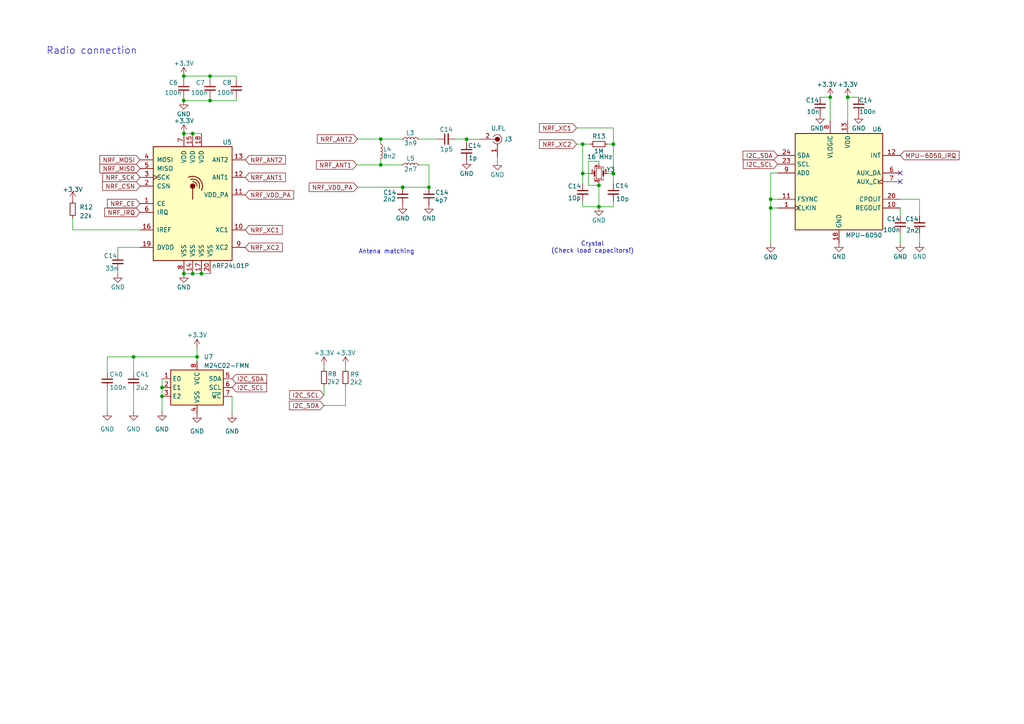
<source format=kicad_sch>
(kicad_sch (version 20230121) (generator eeschema)

  (uuid 84b74bae-97e0-4070-88fd-71e25fe96ccc)

  (paper "A4")

  (lib_symbols
    (symbol "Device:C_Small" (pin_numbers hide) (pin_names (offset 0.254) hide) (in_bom yes) (on_board yes)
      (property "Reference" "C" (at 0.254 1.778 0)
        (effects (font (size 1.27 1.27)) (justify left))
      )
      (property "Value" "C_Small" (at 0.254 -2.032 0)
        (effects (font (size 1.27 1.27)) (justify left))
      )
      (property "Footprint" "" (at 0 0 0)
        (effects (font (size 1.27 1.27)) hide)
      )
      (property "Datasheet" "~" (at 0 0 0)
        (effects (font (size 1.27 1.27)) hide)
      )
      (property "ki_keywords" "capacitor cap" (at 0 0 0)
        (effects (font (size 1.27 1.27)) hide)
      )
      (property "ki_description" "Unpolarized capacitor, small symbol" (at 0 0 0)
        (effects (font (size 1.27 1.27)) hide)
      )
      (property "ki_fp_filters" "C_*" (at 0 0 0)
        (effects (font (size 1.27 1.27)) hide)
      )
      (symbol "C_Small_0_1"
        (polyline
          (pts
            (xy -1.524 -0.508)
            (xy 1.524 -0.508)
          )
          (stroke (width 0.3302) (type default))
          (fill (type none))
        )
        (polyline
          (pts
            (xy -1.524 0.508)
            (xy 1.524 0.508)
          )
          (stroke (width 0.3048) (type default))
          (fill (type none))
        )
      )
      (symbol "C_Small_1_1"
        (pin passive line (at 0 2.54 270) (length 2.032)
          (name "~" (effects (font (size 1.27 1.27))))
          (number "1" (effects (font (size 1.27 1.27))))
        )
        (pin passive line (at 0 -2.54 90) (length 2.032)
          (name "~" (effects (font (size 1.27 1.27))))
          (number "2" (effects (font (size 1.27 1.27))))
        )
      )
    )
    (symbol "Device:Crystal_GND24_Small" (pin_names (offset 1.016) hide) (in_bom yes) (on_board yes)
      (property "Reference" "Y" (at 1.27 4.445 0)
        (effects (font (size 1.27 1.27)) (justify left))
      )
      (property "Value" "Crystal_GND24_Small" (at 1.27 2.54 0)
        (effects (font (size 1.27 1.27)) (justify left))
      )
      (property "Footprint" "" (at 0 0 0)
        (effects (font (size 1.27 1.27)) hide)
      )
      (property "Datasheet" "~" (at 0 0 0)
        (effects (font (size 1.27 1.27)) hide)
      )
      (property "ki_keywords" "quartz ceramic resonator oscillator" (at 0 0 0)
        (effects (font (size 1.27 1.27)) hide)
      )
      (property "ki_description" "Four pin crystal, GND on pins 2 and 4, small symbol" (at 0 0 0)
        (effects (font (size 1.27 1.27)) hide)
      )
      (property "ki_fp_filters" "Crystal*" (at 0 0 0)
        (effects (font (size 1.27 1.27)) hide)
      )
      (symbol "Crystal_GND24_Small_0_1"
        (rectangle (start -0.762 -1.524) (end 0.762 1.524)
          (stroke (width 0) (type default))
          (fill (type none))
        )
        (polyline
          (pts
            (xy -1.27 -0.762)
            (xy -1.27 0.762)
          )
          (stroke (width 0.381) (type default))
          (fill (type none))
        )
        (polyline
          (pts
            (xy 1.27 -0.762)
            (xy 1.27 0.762)
          )
          (stroke (width 0.381) (type default))
          (fill (type none))
        )
        (polyline
          (pts
            (xy -1.27 -1.27)
            (xy -1.27 -1.905)
            (xy 1.27 -1.905)
            (xy 1.27 -1.27)
          )
          (stroke (width 0) (type default))
          (fill (type none))
        )
        (polyline
          (pts
            (xy -1.27 1.27)
            (xy -1.27 1.905)
            (xy 1.27 1.905)
            (xy 1.27 1.27)
          )
          (stroke (width 0) (type default))
          (fill (type none))
        )
      )
      (symbol "Crystal_GND24_Small_1_1"
        (pin passive line (at -2.54 0 0) (length 1.27)
          (name "1" (effects (font (size 1.27 1.27))))
          (number "1" (effects (font (size 0.762 0.762))))
        )
        (pin passive line (at 0 -2.54 90) (length 0.635)
          (name "2" (effects (font (size 1.27 1.27))))
          (number "2" (effects (font (size 0.762 0.762))))
        )
        (pin passive line (at 2.54 0 180) (length 1.27)
          (name "3" (effects (font (size 1.27 1.27))))
          (number "3" (effects (font (size 0.762 0.762))))
        )
        (pin passive line (at 0 2.54 270) (length 0.635)
          (name "4" (effects (font (size 1.27 1.27))))
          (number "4" (effects (font (size 0.762 0.762))))
        )
      )
    )
    (symbol "Device:L_Small" (pin_numbers hide) (pin_names (offset 0.254) hide) (in_bom yes) (on_board yes)
      (property "Reference" "L" (at 0.762 1.016 0)
        (effects (font (size 1.27 1.27)) (justify left))
      )
      (property "Value" "L_Small" (at 0.762 -1.016 0)
        (effects (font (size 1.27 1.27)) (justify left))
      )
      (property "Footprint" "" (at 0 0 0)
        (effects (font (size 1.27 1.27)) hide)
      )
      (property "Datasheet" "~" (at 0 0 0)
        (effects (font (size 1.27 1.27)) hide)
      )
      (property "ki_keywords" "inductor choke coil reactor magnetic" (at 0 0 0)
        (effects (font (size 1.27 1.27)) hide)
      )
      (property "ki_description" "Inductor, small symbol" (at 0 0 0)
        (effects (font (size 1.27 1.27)) hide)
      )
      (property "ki_fp_filters" "Choke_* *Coil* Inductor_* L_*" (at 0 0 0)
        (effects (font (size 1.27 1.27)) hide)
      )
      (symbol "L_Small_0_1"
        (arc (start 0 -2.032) (mid 0.5058 -1.524) (end 0 -1.016)
          (stroke (width 0) (type default))
          (fill (type none))
        )
        (arc (start 0 -1.016) (mid 0.5058 -0.508) (end 0 0)
          (stroke (width 0) (type default))
          (fill (type none))
        )
        (arc (start 0 0) (mid 0.5058 0.508) (end 0 1.016)
          (stroke (width 0) (type default))
          (fill (type none))
        )
        (arc (start 0 1.016) (mid 0.5058 1.524) (end 0 2.032)
          (stroke (width 0) (type default))
          (fill (type none))
        )
      )
      (symbol "L_Small_1_1"
        (pin passive line (at 0 2.54 270) (length 0.508)
          (name "~" (effects (font (size 1.27 1.27))))
          (number "1" (effects (font (size 1.27 1.27))))
        )
        (pin passive line (at 0 -2.54 90) (length 0.508)
          (name "~" (effects (font (size 1.27 1.27))))
          (number "2" (effects (font (size 1.27 1.27))))
        )
      )
    )
    (symbol "Device:R_Small" (pin_numbers hide) (pin_names (offset 0.254) hide) (in_bom yes) (on_board yes)
      (property "Reference" "R" (at 0.762 0.508 0)
        (effects (font (size 1.27 1.27)) (justify left))
      )
      (property "Value" "R_Small" (at 0.762 -1.016 0)
        (effects (font (size 1.27 1.27)) (justify left))
      )
      (property "Footprint" "" (at 0 0 0)
        (effects (font (size 1.27 1.27)) hide)
      )
      (property "Datasheet" "~" (at 0 0 0)
        (effects (font (size 1.27 1.27)) hide)
      )
      (property "ki_keywords" "R resistor" (at 0 0 0)
        (effects (font (size 1.27 1.27)) hide)
      )
      (property "ki_description" "Resistor, small symbol" (at 0 0 0)
        (effects (font (size 1.27 1.27)) hide)
      )
      (property "ki_fp_filters" "R_*" (at 0 0 0)
        (effects (font (size 1.27 1.27)) hide)
      )
      (symbol "R_Small_0_1"
        (rectangle (start -0.762 1.778) (end 0.762 -1.778)
          (stroke (width 0.2032) (type default))
          (fill (type none))
        )
      )
      (symbol "R_Small_1_1"
        (pin passive line (at 0 2.54 270) (length 0.762)
          (name "~" (effects (font (size 1.27 1.27))))
          (number "1" (effects (font (size 1.27 1.27))))
        )
        (pin passive line (at 0 -2.54 90) (length 0.762)
          (name "~" (effects (font (size 1.27 1.27))))
          (number "2" (effects (font (size 1.27 1.27))))
        )
      )
    )
    (symbol "Memory_EEPROM:M24C02-FMN" (in_bom yes) (on_board yes)
      (property "Reference" "U" (at -6.35 6.35 0)
        (effects (font (size 1.27 1.27)))
      )
      (property "Value" "M24C02-FMN" (at 7.62 6.35 0)
        (effects (font (size 1.27 1.27)))
      )
      (property "Footprint" "Package_SO:SOIC-8_3.9x4.9mm_P1.27mm" (at 0 8.89 0)
        (effects (font (size 1.27 1.27)) hide)
      )
      (property "Datasheet" "http://www.st.com/content/ccc/resource/technical/document/datasheet/b0/d8/50/40/5a/85/49/6f/DM00071904.pdf/files/DM00071904.pdf/jcr:content/translations/en.DM00071904.pdf" (at 1.27 -12.7 0)
        (effects (font (size 1.27 1.27)) hide)
      )
      (property "ki_keywords" "Nonvolatile Non-Volatile Memory ROM ST" (at 0 0 0)
        (effects (font (size 1.27 1.27)) hide)
      )
      (property "ki_description" "2Kb (256x8) I2C Serial EEPROM, 1.6-5.5V, SOIC-8" (at 0 0 0)
        (effects (font (size 1.27 1.27)) hide)
      )
      (property "ki_fp_filters" "SOIC*3.9x4.9mm*P1.27mm*" (at 0 0 0)
        (effects (font (size 1.27 1.27)) hide)
      )
      (symbol "M24C02-FMN_0_1"
        (rectangle (start -7.62 5.08) (end 7.62 -5.08)
          (stroke (width 0.254) (type default))
          (fill (type background))
        )
      )
      (symbol "M24C02-FMN_1_1"
        (pin input line (at -10.16 2.54 0) (length 2.54)
          (name "E0" (effects (font (size 1.27 1.27))))
          (number "1" (effects (font (size 1.27 1.27))))
        )
        (pin input line (at -10.16 0 0) (length 2.54)
          (name "E1" (effects (font (size 1.27 1.27))))
          (number "2" (effects (font (size 1.27 1.27))))
        )
        (pin input line (at -10.16 -2.54 0) (length 2.54)
          (name "E2" (effects (font (size 1.27 1.27))))
          (number "3" (effects (font (size 1.27 1.27))))
        )
        (pin power_in line (at 0 -7.62 90) (length 2.54)
          (name "VSS" (effects (font (size 1.27 1.27))))
          (number "4" (effects (font (size 1.27 1.27))))
        )
        (pin bidirectional line (at 10.16 2.54 180) (length 2.54)
          (name "SDA" (effects (font (size 1.27 1.27))))
          (number "5" (effects (font (size 1.27 1.27))))
        )
        (pin input line (at 10.16 0 180) (length 2.54)
          (name "SCL" (effects (font (size 1.27 1.27))))
          (number "6" (effects (font (size 1.27 1.27))))
        )
        (pin input line (at 10.16 -2.54 180) (length 2.54)
          (name "~{WC}" (effects (font (size 1.27 1.27))))
          (number "7" (effects (font (size 1.27 1.27))))
        )
        (pin power_in line (at 0 7.62 270) (length 2.54)
          (name "VCC" (effects (font (size 1.27 1.27))))
          (number "8" (effects (font (size 1.27 1.27))))
        )
      )
    )
    (symbol "RF:nRF24L01P" (pin_names (offset 1.016)) (in_bom yes) (on_board yes)
      (property "Reference" "U5" (at 4.4959 20.066 0)
        (effects (font (size 1.27 1.27)) (justify left))
      )
      (property "Value" "nRF24L01P" (at 4.4959 17.526 0)
        (effects (font (size 1.27 1.27)) (justify left))
      )
      (property "Footprint" "Package_DFN_QFN:QFN-20-1EP_4x4mm_P0.5mm_EP2.5x2.5mm" (at 5.08 20.32 0)
        (effects (font (size 1.27 1.27) italic) (justify left) hide)
      )
      (property "Datasheet" "http://www.nordicsemi.com/eng/content/download/2726/34069/file/nRF24L01P_Product_Specification_1_0.pdf" (at 0 2.54 0)
        (effects (font (size 1.27 1.27)) hide)
      )
      (property "ki_keywords" "Low Power RF Transceiver" (at 0 0 0)
        (effects (font (size 1.27 1.27)) hide)
      )
      (property "ki_description" "nRF24L01+, Ultra low power 2.4GHz RF Transceiver, QFN20 4x4mm" (at 0 0 0)
        (effects (font (size 1.27 1.27)) hide)
      )
      (property "ki_fp_filters" "QFN*4x4*0.5mm*" (at 0 0 0)
        (effects (font (size 1.27 1.27)) hide)
      )
      (symbol "nRF24L01P_0_1"
        (rectangle (start -11.43 16.51) (end 11.43 -16.51)
          (stroke (width 0.254) (type default))
          (fill (type background))
        )
        (polyline
          (pts
            (xy 0 4.445)
            (xy 0 1.27)
          )
          (stroke (width 0.254) (type default))
          (fill (type none))
        )
        (circle (center 0 5.08) (radius 0.635)
          (stroke (width 0.254) (type default))
          (fill (type outline))
        )
        (arc (start 1.27 5.08) (mid 0.9071 5.9946) (end 0 6.35)
          (stroke (width 0.254) (type default))
          (fill (type none))
        )
        (arc (start 1.905 4.445) (mid 1.4313 6.5254) (end -0.635 6.985)
          (stroke (width 0.254) (type default))
          (fill (type none))
        )
        (arc (start 2.54 3.81) (mid 2.008 7.088) (end -1.27 7.62)
          (stroke (width 0.254) (type default))
          (fill (type none))
        )
        (rectangle (start 11.43 -13.97) (end 11.43 -13.97)
          (stroke (width 0) (type default))
          (fill (type none))
        )
      )
      (symbol "nRF24L01P_1_1"
        (pin input line (at -15.24 0 0) (length 3.81)
          (name "CE" (effects (font (size 1.27 1.27))))
          (number "1" (effects (font (size 1.27 1.27))))
        )
        (pin passive line (at 15.24 -7.62 180) (length 3.81)
          (name "XC1" (effects (font (size 1.27 1.27))))
          (number "10" (effects (font (size 1.27 1.27))))
        )
        (pin power_out line (at 15.24 2.54 180) (length 3.81)
          (name "VDD_PA" (effects (font (size 1.27 1.27))))
          (number "11" (effects (font (size 1.27 1.27))))
        )
        (pin passive line (at 15.24 7.62 180) (length 3.81)
          (name "ANT1" (effects (font (size 1.27 1.27))))
          (number "12" (effects (font (size 1.27 1.27))))
        )
        (pin passive line (at 15.24 12.7 180) (length 3.81)
          (name "ANT2" (effects (font (size 1.27 1.27))))
          (number "13" (effects (font (size 1.27 1.27))))
        )
        (pin power_in line (at 0 -20.32 90) (length 3.81)
          (name "VSS" (effects (font (size 1.27 1.27))))
          (number "14" (effects (font (size 1.27 1.27))))
        )
        (pin power_in line (at 0 20.32 270) (length 3.81)
          (name "VDD" (effects (font (size 1.27 1.27))))
          (number "15" (effects (font (size 1.27 1.27))))
        )
        (pin passive line (at -15.24 -7.62 0) (length 3.81)
          (name "IREF" (effects (font (size 1.27 1.27))))
          (number "16" (effects (font (size 1.27 1.27))))
        )
        (pin power_in line (at 2.54 -20.32 90) (length 3.81)
          (name "VSS" (effects (font (size 1.27 1.27))))
          (number "17" (effects (font (size 1.27 1.27))))
        )
        (pin power_in line (at 2.54 20.32 270) (length 3.81)
          (name "VDD" (effects (font (size 1.27 1.27))))
          (number "18" (effects (font (size 1.27 1.27))))
        )
        (pin power_out line (at -15.24 -12.7 0) (length 3.81)
          (name "DVDD" (effects (font (size 1.27 1.27))))
          (number "19" (effects (font (size 1.27 1.27))))
        )
        (pin input line (at -15.24 5.08 0) (length 3.81)
          (name "CSN" (effects (font (size 1.27 1.27))))
          (number "2" (effects (font (size 1.27 1.27))))
        )
        (pin power_in line (at 5.08 -20.32 90) (length 3.81)
          (name "VSS" (effects (font (size 1.27 1.27))))
          (number "20" (effects (font (size 1.27 1.27))))
        )
        (pin input clock (at -15.24 7.62 0) (length 3.81)
          (name "SCK" (effects (font (size 1.27 1.27))))
          (number "3" (effects (font (size 1.27 1.27))))
        )
        (pin input line (at -15.24 12.7 0) (length 3.81)
          (name "MOSI" (effects (font (size 1.27 1.27))))
          (number "4" (effects (font (size 1.27 1.27))))
        )
        (pin output line (at -15.24 10.16 0) (length 3.81)
          (name "MISO" (effects (font (size 1.27 1.27))))
          (number "5" (effects (font (size 1.27 1.27))))
        )
        (pin output line (at -15.24 -2.54 0) (length 3.81)
          (name "IRQ" (effects (font (size 1.27 1.27))))
          (number "6" (effects (font (size 1.27 1.27))))
        )
        (pin power_in line (at -2.54 20.32 270) (length 3.81)
          (name "VDD" (effects (font (size 1.27 1.27))))
          (number "7" (effects (font (size 1.27 1.27))))
        )
        (pin power_in line (at -2.54 -20.32 90) (length 3.81)
          (name "VSS" (effects (font (size 1.27 1.27))))
          (number "8" (effects (font (size 1.27 1.27))))
        )
        (pin passive line (at 15.24 -12.7 180) (length 3.81)
          (name "XC2" (effects (font (size 1.27 1.27))))
          (number "9" (effects (font (size 1.27 1.27))))
        )
      )
    )
    (symbol "Sensor_Motion:MPU-6050" (in_bom yes) (on_board yes)
      (property "Reference" "U" (at -11.43 13.97 0)
        (effects (font (size 1.27 1.27)))
      )
      (property "Value" "MPU-6050" (at 7.62 -15.24 0)
        (effects (font (size 1.27 1.27)))
      )
      (property "Footprint" "Sensor_Motion:InvenSense_QFN-24_4x4mm_P0.5mm" (at 0 -20.32 0)
        (effects (font (size 1.27 1.27)) hide)
      )
      (property "Datasheet" "https://invensense.tdk.com/wp-content/uploads/2015/02/MPU-6000-Datasheet1.pdf" (at 0 -3.81 0)
        (effects (font (size 1.27 1.27)) hide)
      )
      (property "ki_keywords" "mems" (at 0 0 0)
        (effects (font (size 1.27 1.27)) hide)
      )
      (property "ki_description" "InvenSense 6-Axis Motion Sensor, Gyroscope, Accelerometer, I2C" (at 0 0 0)
        (effects (font (size 1.27 1.27)) hide)
      )
      (property "ki_fp_filters" "*QFN*4x4mm*P0.5mm*" (at 0 0 0)
        (effects (font (size 1.27 1.27)) hide)
      )
      (symbol "MPU-6050_0_0"
        (text "" (at 12.7 -2.54 0)
          (effects (font (size 1.27 1.27)))
        )
      )
      (symbol "MPU-6050_0_1"
        (rectangle (start -12.7 13.97) (end 12.7 -13.97)
          (stroke (width 0.254) (type default))
          (fill (type background))
        )
      )
      (symbol "MPU-6050_1_1"
        (pin input clock (at -17.78 -7.62 0) (length 5.08)
          (name "CLKIN" (effects (font (size 1.27 1.27))))
          (number "1" (effects (font (size 1.27 1.27))))
        )
        (pin passive line (at 17.78 -7.62 180) (length 5.08)
          (name "REGOUT" (effects (font (size 1.27 1.27))))
          (number "10" (effects (font (size 1.27 1.27))))
        )
        (pin input line (at -17.78 -5.08 0) (length 5.08)
          (name "FSYNC" (effects (font (size 1.27 1.27))))
          (number "11" (effects (font (size 1.27 1.27))))
        )
        (pin output line (at 17.78 7.62 180) (length 5.08)
          (name "INT" (effects (font (size 1.27 1.27))))
          (number "12" (effects (font (size 1.27 1.27))))
        )
        (pin power_in line (at 2.54 17.78 270) (length 3.81)
          (name "VDD" (effects (font (size 1.27 1.27))))
          (number "13" (effects (font (size 1.27 1.27))))
        )
        (pin no_connect line (at -12.7 -10.16 0) (length 2.54) hide
          (name "NC" (effects (font (size 1.27 1.27))))
          (number "14" (effects (font (size 1.27 1.27))))
        )
        (pin no_connect line (at 12.7 12.7 180) (length 2.54) hide
          (name "NC" (effects (font (size 1.27 1.27))))
          (number "15" (effects (font (size 1.27 1.27))))
        )
        (pin no_connect line (at 12.7 10.16 180) (length 2.54) hide
          (name "NC" (effects (font (size 1.27 1.27))))
          (number "16" (effects (font (size 1.27 1.27))))
        )
        (pin no_connect line (at 12.7 5.08 180) (length 2.54) hide
          (name "NC" (effects (font (size 1.27 1.27))))
          (number "17" (effects (font (size 1.27 1.27))))
        )
        (pin power_in line (at 0 -17.78 90) (length 3.81)
          (name "GND" (effects (font (size 1.27 1.27))))
          (number "18" (effects (font (size 1.27 1.27))))
        )
        (pin no_connect line (at 12.7 -10.16 180) (length 2.54) hide
          (name "RESV" (effects (font (size 1.27 1.27))))
          (number "19" (effects (font (size 1.27 1.27))))
        )
        (pin no_connect line (at -12.7 12.7 0) (length 2.54) hide
          (name "NC" (effects (font (size 1.27 1.27))))
          (number "2" (effects (font (size 1.27 1.27))))
        )
        (pin passive line (at 17.78 -5.08 180) (length 5.08)
          (name "CPOUT" (effects (font (size 1.27 1.27))))
          (number "20" (effects (font (size 1.27 1.27))))
        )
        (pin no_connect line (at 12.7 -2.54 180) (length 2.54) hide
          (name "RESV" (effects (font (size 1.27 1.27))))
          (number "21" (effects (font (size 1.27 1.27))))
        )
        (pin no_connect line (at 12.7 -12.7 180) (length 2.54) hide
          (name "RESV" (effects (font (size 1.27 1.27))))
          (number "22" (effects (font (size 1.27 1.27))))
        )
        (pin input line (at -17.78 5.08 0) (length 5.08)
          (name "SCL" (effects (font (size 1.27 1.27))))
          (number "23" (effects (font (size 1.27 1.27))))
        )
        (pin bidirectional line (at -17.78 7.62 0) (length 5.08)
          (name "SDA" (effects (font (size 1.27 1.27))))
          (number "24" (effects (font (size 1.27 1.27))))
        )
        (pin no_connect line (at -12.7 10.16 0) (length 2.54) hide
          (name "NC" (effects (font (size 1.27 1.27))))
          (number "3" (effects (font (size 1.27 1.27))))
        )
        (pin no_connect line (at -12.7 0 0) (length 2.54) hide
          (name "NC" (effects (font (size 1.27 1.27))))
          (number "4" (effects (font (size 1.27 1.27))))
        )
        (pin no_connect line (at -12.7 -2.54 0) (length 2.54) hide
          (name "NC" (effects (font (size 1.27 1.27))))
          (number "5" (effects (font (size 1.27 1.27))))
        )
        (pin bidirectional line (at 17.78 2.54 180) (length 5.08)
          (name "AUX_DA" (effects (font (size 1.27 1.27))))
          (number "6" (effects (font (size 1.27 1.27))))
        )
        (pin output clock (at 17.78 0 180) (length 5.08)
          (name "AUX_CL" (effects (font (size 1.27 1.27))))
          (number "7" (effects (font (size 1.27 1.27))))
        )
        (pin power_in line (at -2.54 17.78 270) (length 3.81)
          (name "VLOGIC" (effects (font (size 1.27 1.27))))
          (number "8" (effects (font (size 1.27 1.27))))
        )
        (pin input line (at -17.78 2.54 0) (length 5.08)
          (name "AD0" (effects (font (size 1.27 1.27))))
          (number "9" (effects (font (size 1.27 1.27))))
        )
      )
    )
    (symbol "dk_Coaxial-Connectors-RF:U_FL-R-SMT-1_10_" (pin_names (offset 1.016)) (in_bom yes) (on_board yes)
      (property "Reference" "J" (at -1.27 1.27 0)
        (effects (font (size 1.27 1.27)) (justify right))
      )
      (property "Value" "U_FL-R-SMT-1_10_" (at 1.27 -2.54 0)
        (effects (font (size 1.27 1.27)) (justify left))
      )
      (property "Footprint" "digikey-footprints:Coax_Conn_U.FL" (at 5.08 5.08 0)
        (effects (font (size 1.524 1.524)) (justify left) hide)
      )
      (property "Datasheet" "https://www.hirose.com/product/en/download_file/key_name/U.FL-R-SMT-1%2810%29/category/Drawing%20(2D)/doc_file_id/37627/?file_category_id=6&item_id=03310472210&is_series=U.FL-R-SMT-1(10" (at 5.08 7.62 0)
        (effects (font (size 1.524 1.524)) (justify left) hide)
      )
      (property "Digi-Key_PN" "H11891CT-ND" (at 5.08 10.16 0)
        (effects (font (size 1.524 1.524)) (justify left) hide)
      )
      (property "MPN" "U.FL-R-SMT-1(10)" (at 5.08 12.7 0)
        (effects (font (size 1.524 1.524)) (justify left) hide)
      )
      (property "Category" "Connectors, Interconnects" (at 5.08 15.24 0)
        (effects (font (size 1.524 1.524)) (justify left) hide)
      )
      (property "Family" "Coaxial Connectors (RF)" (at 5.08 17.78 0)
        (effects (font (size 1.524 1.524)) (justify left) hide)
      )
      (property "DK_Datasheet_Link" "https://www.hirose.com/product/en/download_file/key_name/U.FL-R-SMT-1%2810%29/category/Drawing%20(2D)/doc_file_id/37627/?file_category_id=6&item_id=03310472210&is_series=U.FL-R-SMT-1(10" (at 5.08 20.32 0)
        (effects (font (size 1.524 1.524)) (justify left) hide)
      )
      (property "DK_Detail_Page" "/product-detail/en/hirose-electric-co-ltd/U.FL-R-SMT-1(10)/H11891CT-ND/2504612" (at 5.08 22.86 0)
        (effects (font (size 1.524 1.524)) (justify left) hide)
      )
      (property "Description" "CONN U.FL RCPT STR 50 OHM SMD" (at 5.08 25.4 0)
        (effects (font (size 1.524 1.524)) (justify left) hide)
      )
      (property "Manufacturer" "Hirose Electric Co Ltd" (at 5.08 27.94 0)
        (effects (font (size 1.524 1.524)) (justify left) hide)
      )
      (property "Status" "Active" (at 5.08 30.48 0)
        (effects (font (size 1.524 1.524)) (justify left) hide)
      )
      (property "ki_keywords" "H11891CT-ND U.FL" (at 0 0 0)
        (effects (font (size 1.27 1.27)) hide)
      )
      (property "ki_description" "CONN U.FL RCPT STR 50 OHM SMD" (at 0 0 0)
        (effects (font (size 1.27 1.27)) hide)
      )
      (symbol "U_FL-R-SMT-1_10__1_1"
        (arc (start -1.27 0) (mid -0.2651 -1.3081) (end 1.27 -0.635)
          (stroke (width 0) (type solid))
          (fill (type none))
        )
        (circle (center 0 0) (radius 0.635)
          (stroke (width 0) (type solid))
          (fill (type outline))
        )
        (arc (start 1.27 0.635) (mid -0.2496 1.3256) (end -1.27 0)
          (stroke (width 0) (type solid))
          (fill (type none))
        )
        (pin passive line (at 0 -5.08 90) (length 3.683)
          (name "~" (effects (font (size 1.27 1.27))))
          (number "1" (effects (font (size 1.27 1.27))))
        )
        (pin passive line (at 5.08 0 180) (length 4.445)
          (name "~" (effects (font (size 1.27 1.27))))
          (number "2" (effects (font (size 1.27 1.27))))
        )
      )
    )
    (symbol "power:+3.3V" (power) (pin_names (offset 0)) (in_bom yes) (on_board yes)
      (property "Reference" "#PWR" (at 0 -3.81 0)
        (effects (font (size 1.27 1.27)) hide)
      )
      (property "Value" "+3.3V" (at 0 3.556 0)
        (effects (font (size 1.27 1.27)))
      )
      (property "Footprint" "" (at 0 0 0)
        (effects (font (size 1.27 1.27)) hide)
      )
      (property "Datasheet" "" (at 0 0 0)
        (effects (font (size 1.27 1.27)) hide)
      )
      (property "ki_keywords" "global power" (at 0 0 0)
        (effects (font (size 1.27 1.27)) hide)
      )
      (property "ki_description" "Power symbol creates a global label with name \"+3.3V\"" (at 0 0 0)
        (effects (font (size 1.27 1.27)) hide)
      )
      (symbol "+3.3V_0_1"
        (polyline
          (pts
            (xy -0.762 1.27)
            (xy 0 2.54)
          )
          (stroke (width 0) (type default))
          (fill (type none))
        )
        (polyline
          (pts
            (xy 0 0)
            (xy 0 2.54)
          )
          (stroke (width 0) (type default))
          (fill (type none))
        )
        (polyline
          (pts
            (xy 0 2.54)
            (xy 0.762 1.27)
          )
          (stroke (width 0) (type default))
          (fill (type none))
        )
      )
      (symbol "+3.3V_1_1"
        (pin power_in line (at 0 0 90) (length 0) hide
          (name "+3.3V" (effects (font (size 1.27 1.27))))
          (number "1" (effects (font (size 1.27 1.27))))
        )
      )
    )
    (symbol "power:GND" (power) (pin_names (offset 0)) (in_bom yes) (on_board yes)
      (property "Reference" "#PWR" (at 0 -6.35 0)
        (effects (font (size 1.27 1.27)) hide)
      )
      (property "Value" "GND" (at 0 -3.81 0)
        (effects (font (size 1.27 1.27)))
      )
      (property "Footprint" "" (at 0 0 0)
        (effects (font (size 1.27 1.27)) hide)
      )
      (property "Datasheet" "" (at 0 0 0)
        (effects (font (size 1.27 1.27)) hide)
      )
      (property "ki_keywords" "global power" (at 0 0 0)
        (effects (font (size 1.27 1.27)) hide)
      )
      (property "ki_description" "Power symbol creates a global label with name \"GND\" , ground" (at 0 0 0)
        (effects (font (size 1.27 1.27)) hide)
      )
      (symbol "GND_0_1"
        (polyline
          (pts
            (xy 0 0)
            (xy 0 -1.27)
            (xy 1.27 -1.27)
            (xy 0 -2.54)
            (xy -1.27 -1.27)
            (xy 0 -1.27)
          )
          (stroke (width 0) (type default))
          (fill (type none))
        )
      )
      (symbol "GND_1_1"
        (pin power_in line (at 0 0 270) (length 0) hide
          (name "GND" (effects (font (size 1.27 1.27))))
          (number "1" (effects (font (size 1.27 1.27))))
        )
      )
    )
  )

  (junction (at 173.7106 59.9694) (diameter 0) (color 0 0 0 0)
    (uuid 0547b681-b6ea-4ddd-af21-606dcf73ac5c)
  )
  (junction (at 173.7106 53.7464) (diameter 0) (color 0 0 0 0)
    (uuid 0adebd98-4ea8-417d-a72a-c3a56df6286a)
  )
  (junction (at 177.9016 41.8084) (diameter 0) (color 0 0 0 0)
    (uuid 0c0a6549-203b-4e66-924f-f6c42cae904a)
  )
  (junction (at 55.88 79.375) (diameter 0) (color 0 0 0 0)
    (uuid 141c095f-1510-431e-8cd5-9452293bbb2b)
  )
  (junction (at 135.3312 40.386) (diameter 0) (color 0 0 0 0)
    (uuid 1b969316-f3d8-4f25-a6a8-1fd889fea0d0)
  )
  (junction (at 46.99 112.395) (diameter 0) (color 0 0 0 0)
    (uuid 1cc9a366-4640-438c-b2ff-79dd8652aaeb)
  )
  (junction (at 53.3146 22.0726) (diameter 0) (color 0 0 0 0)
    (uuid 1e376083-fbfe-4b0d-b19b-28f647587752)
  )
  (junction (at 58.42 79.375) (diameter 0) (color 0 0 0 0)
    (uuid 23b07f1b-c3c5-4b27-b223-a5b8861b95f8)
  )
  (junction (at 57.15 103.505) (diameter 0) (color 0 0 0 0)
    (uuid 288d11c6-cf67-44f1-9907-6494f364f6da)
  )
  (junction (at 38.735 103.505) (diameter 0) (color 0 0 0 0)
    (uuid 2d23151b-04f4-453a-ba30-bb7514fc7bf3)
  )
  (junction (at 116.7892 54.3052) (diameter 0) (color 0 0 0 0)
    (uuid 3f513322-e5c3-4058-ae5a-b630b2eb07a5)
  )
  (junction (at 223.52 57.785) (diameter 0) (color 0 0 0 0)
    (uuid 432b826d-2fad-49e0-88f2-04ba93fda5c4)
  )
  (junction (at 223.52 60.325) (diameter 0) (color 0 0 0 0)
    (uuid 4dbd486d-5d8c-48e2-97d9-ef0cbadc506f)
  )
  (junction (at 169.0116 50.3174) (diameter 0) (color 0 0 0 0)
    (uuid 575a46ee-7541-44af-be20-96222d64d3fe)
  )
  (junction (at 60.9092 22.0726) (diameter 0) (color 0 0 0 0)
    (uuid 62c392f1-fcf7-49e7-b7a7-16e540fe3fb2)
  )
  (junction (at 53.34 38.735) (diameter 0) (color 0 0 0 0)
    (uuid 79c55f67-bbdd-4dd2-bf75-bcf50c027c29)
  )
  (junction (at 60.9092 29.1846) (diameter 0) (color 0 0 0 0)
    (uuid 7c6741e6-3400-4575-9ec7-046d4a9d9c12)
  )
  (junction (at 245.872 28.194) (diameter 0) (color 0 0 0 0)
    (uuid 918e3374-78ee-482a-a5a2-51985182cb12)
  )
  (junction (at 53.2892 29.1592) (diameter 0) (color 0 0 0 0)
    (uuid 9c2170ce-3f44-43b6-944c-12e447890e53)
  )
  (junction (at 169.0116 41.8084) (diameter 0) (color 0 0 0 0)
    (uuid b15ee296-821c-4306-bc46-8ebfa3a3b0d9)
  )
  (junction (at 240.792 28.194) (diameter 0) (color 0 0 0 0)
    (uuid b5689150-ea68-4e94-bb7b-896827106b7d)
  )
  (junction (at 53.34 79.375) (diameter 0) (color 0 0 0 0)
    (uuid b67cbb51-8522-415b-9408-2850d360a4b5)
  )
  (junction (at 110.4392 40.3352) (diameter 0) (color 0 0 0 0)
    (uuid b71ced8f-b747-4969-89fa-7a1b71af82ac)
  )
  (junction (at 110.4392 47.8282) (diameter 0) (color 0 0 0 0)
    (uuid bfa6189b-ee0f-4bfb-821d-4f03e9e232e7)
  )
  (junction (at 46.99 114.935) (diameter 0) (color 0 0 0 0)
    (uuid c403010c-81b1-421c-a6dc-4c6e1c0e7af1)
  )
  (junction (at 177.9016 50.3174) (diameter 0) (color 0 0 0 0)
    (uuid c5db8aeb-23c7-4c56-8644-b2f8e89df122)
  )
  (junction (at 124.4092 54.3052) (diameter 0) (color 0 0 0 0)
    (uuid e41f78f2-ee47-4509-b149-4c8e7f92239d)
  )
  (junction (at 55.88 38.735) (diameter 0) (color 0 0 0 0)
    (uuid f5dc1a3a-061c-4b65-a016-8b53e0c48c4d)
  )

  (no_connect (at 261.112 50.165) (uuid 378ab99e-3461-4f85-9fe9-60b2002c1039))
  (no_connect (at 261.112 52.705) (uuid 451cccd6-d974-4b29-8f1f-0db57873a781))

  (wire (pts (xy 53.2892 22.0726) (xy 53.3146 22.0726))
    (stroke (width 0) (type default))
    (uuid 01d12ddf-dc49-4aa6-a02c-87d331ce5534)
  )
  (wire (pts (xy 57.15 100.965) (xy 57.15 103.505))
    (stroke (width 0) (type default))
    (uuid 023fdf00-cc2b-47a6-8af7-0fc26fbe5fdb)
  )
  (wire (pts (xy 173.7106 47.7774) (xy 173.7106 46.7614))
    (stroke (width 0) (type default))
    (uuid 06338ab6-c37f-40cb-8ece-9022c4bb382e)
  )
  (wire (pts (xy 173.7106 53.7464) (xy 173.7106 59.9694))
    (stroke (width 0) (type default))
    (uuid 0a1bb928-769d-4926-a719-cdfbfc53bd52)
  )
  (wire (pts (xy 53.2892 28.1686) (xy 53.2892 29.1592))
    (stroke (width 0) (type default))
    (uuid 0cf5bd45-5312-4612-822b-1b2867384f65)
  )
  (wire (pts (xy 31.115 107.95) (xy 31.115 103.505))
    (stroke (width 0) (type default))
    (uuid 0f4d5fcb-5f59-41d9-bfa3-596dac8be8a1)
  )
  (wire (pts (xy 93.98 112.014) (xy 93.98 114.554))
    (stroke (width 0) (type default))
    (uuid 11454470-2a7c-4276-aff9-97db9d5b7a31)
  )
  (wire (pts (xy 167.2336 41.8084) (xy 169.0116 41.8084))
    (stroke (width 0) (type default))
    (uuid 118d5dfd-a0d3-4ce8-aae1-1c1635496b49)
  )
  (wire (pts (xy 177.9016 58.3184) (xy 177.9016 59.9694))
    (stroke (width 0) (type default))
    (uuid 11ca7062-a912-4d74-aadd-463e75a63c1f)
  )
  (wire (pts (xy 60.9092 23.0886) (xy 60.9092 22.0726))
    (stroke (width 0) (type default))
    (uuid 12ddf5ee-cfb2-4562-9640-6b78a2b0b77e)
  )
  (wire (pts (xy 55.88 79.375) (xy 58.42 79.375))
    (stroke (width 0) (type default))
    (uuid 1413b46e-73dc-460e-af44-ad163cbd2ccd)
  )
  (wire (pts (xy 177.9016 50.3174) (xy 177.9016 41.8084))
    (stroke (width 0) (type default))
    (uuid 14e2bdd3-7c32-4e79-8768-78250234a3ae)
  )
  (wire (pts (xy 139.192 40.386) (xy 135.3312 40.386))
    (stroke (width 0) (type default))
    (uuid 16d72c72-26ef-49f5-9189-3da4950019a8)
  )
  (wire (pts (xy 169.0116 58.3184) (xy 169.0116 59.9694))
    (stroke (width 0) (type default))
    (uuid 1bfb8cc7-f893-4795-af5b-511f70ac9ab3)
  )
  (wire (pts (xy 225.552 50.165) (xy 223.52 50.165))
    (stroke (width 0) (type default))
    (uuid 1ca9d19e-868e-4b51-8566-bdfb81e8ffe2)
  )
  (wire (pts (xy 34.163 73.406) (xy 34.163 71.755))
    (stroke (width 0) (type default))
    (uuid 1dcc5b05-6123-4d9c-ac67-e1adb77dd2c6)
  )
  (wire (pts (xy 176.2506 50.3174) (xy 177.9016 50.3174))
    (stroke (width 0) (type default))
    (uuid 1f7bdd2b-ad28-4072-afca-97996f751b74)
  )
  (wire (pts (xy 100.203 106.045) (xy 100.203 106.934))
    (stroke (width 0) (type default))
    (uuid 225a4a1f-3e21-4086-8128-cbab5826bca2)
  )
  (wire (pts (xy 170.6626 46.7614) (xy 170.6626 53.7464))
    (stroke (width 0) (type default))
    (uuid 24e090f8-e46c-4248-bc58-9a5a13ae8714)
  )
  (wire (pts (xy 100.203 117.602) (xy 93.98 117.602))
    (stroke (width 0) (type default))
    (uuid 26a25cec-a603-4f9b-bacf-7e2c0e353bf7)
  )
  (wire (pts (xy 53.2892 29.1592) (xy 53.2892 29.1846))
    (stroke (width 0) (type default))
    (uuid 296ebc79-cb7a-4443-8abd-e3a60b966d11)
  )
  (wire (pts (xy 169.0116 59.9694) (xy 173.7106 59.9694))
    (stroke (width 0) (type default))
    (uuid 2a0be0eb-bcc3-422d-8655-95133fc80bbd)
  )
  (wire (pts (xy 223.52 60.325) (xy 225.552 60.325))
    (stroke (width 0) (type default))
    (uuid 2ac59302-a8e8-4fd3-ae2f-73f2dc29706b)
  )
  (wire (pts (xy 100.203 112.014) (xy 100.203 117.602))
    (stroke (width 0) (type default))
    (uuid 2aef8031-f24e-4029-b462-3039c24f3e2d)
  )
  (wire (pts (xy 261.112 67.691) (xy 261.112 70.485))
    (stroke (width 0) (type default))
    (uuid 2f1aeaaa-66b2-4b94-a322-e913fbc99ec6)
  )
  (wire (pts (xy 177.9016 41.8084) (xy 177.9016 37.1094))
    (stroke (width 0) (type default))
    (uuid 30cb0d8a-4dc6-4cea-93fd-be11da79aec0)
  )
  (wire (pts (xy 53.2892 22.0726) (xy 53.2892 23.0886))
    (stroke (width 0) (type default))
    (uuid 30f86ea1-ef6f-4cfe-aff8-c1738c2e56ca)
  )
  (wire (pts (xy 110.4392 46.4312) (xy 110.4392 47.8282))
    (stroke (width 0) (type default))
    (uuid 31dbca2d-df4c-42f3-afab-c02c5d5a8d4d)
  )
  (wire (pts (xy 169.0116 41.8084) (xy 171.1706 41.8084))
    (stroke (width 0) (type default))
    (uuid 3257f617-b9ba-4fdc-99c9-5939908382b8)
  )
  (wire (pts (xy 173.7106 52.8574) (xy 173.7106 53.7464))
    (stroke (width 0) (type default))
    (uuid 37caa960-3015-4e2f-ba01-cba3467d986d)
  )
  (wire (pts (xy 121.6152 47.8282) (xy 124.4092 47.8282))
    (stroke (width 0) (type default))
    (uuid 3eb40f3f-860e-4da0-8d0d-f516e86c4c5b)
  )
  (wire (pts (xy 53.2892 29.1846) (xy 60.9092 29.1846))
    (stroke (width 0) (type default))
    (uuid 459d9886-524f-4b71-933e-0e9b67b9ee0a)
  )
  (wire (pts (xy 110.4392 40.3352) (xy 116.5352 40.3352))
    (stroke (width 0) (type default))
    (uuid 45ae6cb0-831a-4bfc-85c7-91e3bce48090)
  )
  (wire (pts (xy 60.9092 28.1686) (xy 60.9092 29.1846))
    (stroke (width 0) (type default))
    (uuid 465f17a5-6913-419d-9c01-c3bff625cb5e)
  )
  (wire (pts (xy 68.5292 28.1686) (xy 68.5292 29.1846))
    (stroke (width 0) (type default))
    (uuid 47009113-d371-4d62-9f07-9728b1f2ff62)
  )
  (wire (pts (xy 177.9016 59.9694) (xy 173.7106 59.9694))
    (stroke (width 0) (type default))
    (uuid 4b25aae4-569d-4288-a29c-4e0bdf92360f)
  )
  (wire (pts (xy 170.6626 53.7464) (xy 173.7106 53.7464))
    (stroke (width 0) (type default))
    (uuid 4d1b9341-3151-4d8f-a811-c6bb93e0297e)
  )
  (wire (pts (xy 103.7082 40.3352) (xy 110.4392 40.3352))
    (stroke (width 0) (type default))
    (uuid 4d8f8b90-7d57-43ac-9135-6263c296b973)
  )
  (wire (pts (xy 34.163 78.486) (xy 34.163 79.375))
    (stroke (width 0) (type default))
    (uuid 50df3e33-d38f-4f7b-935e-51452448a031)
  )
  (wire (pts (xy 60.9092 29.1846) (xy 68.5292 29.1846))
    (stroke (width 0) (type default))
    (uuid 51605fed-b47f-4a55-a101-5c76adf8c1a5)
  )
  (wire (pts (xy 53.34 38.735) (xy 55.88 38.735))
    (stroke (width 0) (type default))
    (uuid 51c4af41-0b4c-4115-a56f-d2fa90972d8f)
  )
  (wire (pts (xy 173.7106 46.7614) (xy 170.6626 46.7614))
    (stroke (width 0) (type default))
    (uuid 53026031-e573-4c49-8b55-a4309ab88a02)
  )
  (wire (pts (xy 46.99 114.935) (xy 46.99 119.38))
    (stroke (width 0) (type default))
    (uuid 530c1b4b-6965-4f25-bbf0-727acbd5231c)
  )
  (wire (pts (xy 67.31 114.935) (xy 67.31 120.015))
    (stroke (width 0) (type default))
    (uuid 54bb5e23-55e5-4ea5-95af-92f2b3ac097f)
  )
  (wire (pts (xy 245.872 28.194) (xy 249.047 28.194))
    (stroke (width 0) (type default))
    (uuid 55c90a28-6a6c-43a5-acf9-a86270b2cf94)
  )
  (wire (pts (xy 110.4392 47.8282) (xy 116.5352 47.8282))
    (stroke (width 0) (type default))
    (uuid 5aa6c981-824f-4a04-9ca8-45c7982553e6)
  )
  (wire (pts (xy 103.4542 47.8282) (xy 110.4392 47.8282))
    (stroke (width 0) (type default))
    (uuid 617ae8d5-9ef9-4737-bb3e-b43bbc71811a)
  )
  (wire (pts (xy 240.792 28.194) (xy 240.792 34.925))
    (stroke (width 0) (type default))
    (uuid 62177a73-a81f-4e55-9d55-296f59d28793)
  )
  (wire (pts (xy 121.6152 40.3352) (xy 126.9492 40.3352))
    (stroke (width 0) (type default))
    (uuid 626d599b-5c77-445d-8238-647d701dffac)
  )
  (wire (pts (xy 261.112 57.785) (xy 266.7 57.785))
    (stroke (width 0) (type default))
    (uuid 63c29d53-2c0e-428d-a9fa-1bae07ac92da)
  )
  (wire (pts (xy 223.52 57.785) (xy 223.52 60.325))
    (stroke (width 0) (type default))
    (uuid 6a711b66-d075-4a1c-909e-8078688f7ad5)
  )
  (wire (pts (xy 144.272 45.466) (xy 144.272 46.736))
    (stroke (width 0) (type default))
    (uuid 6ac40e08-f617-490c-a3a8-af89a6f48939)
  )
  (wire (pts (xy 266.7 67.691) (xy 266.7 70.485))
    (stroke (width 0) (type default))
    (uuid 6ec0312b-a0ad-438f-9131-5b575da19a7d)
  )
  (wire (pts (xy 103.7082 54.3052) (xy 116.7892 54.3052))
    (stroke (width 0) (type default))
    (uuid 709fb88c-ee9a-4e62-aed6-110061582caf)
  )
  (wire (pts (xy 40.64 66.675) (xy 21.082 66.675))
    (stroke (width 0) (type default))
    (uuid 711f2f46-0cd1-4fb1-87b7-1455dd08dce9)
  )
  (wire (pts (xy 223.52 60.325) (xy 223.52 70.612))
    (stroke (width 0) (type default))
    (uuid 74031f8e-490e-4e43-b9dd-76e3d6fe301c)
  )
  (wire (pts (xy 38.735 113.03) (xy 38.735 119.38))
    (stroke (width 0) (type default))
    (uuid 76483e1d-d0b9-4b1a-93e2-b597205bf2fb)
  )
  (wire (pts (xy 169.0116 41.8084) (xy 169.0116 50.3174))
    (stroke (width 0) (type default))
    (uuid 76ee900f-88a8-43c9-94a0-ec44e8b663e7)
  )
  (wire (pts (xy 57.15 103.505) (xy 57.15 104.775))
    (stroke (width 0) (type default))
    (uuid 78cd9791-63fe-463e-8393-7a1a9ffcc6c2)
  )
  (wire (pts (xy 55.88 38.735) (xy 58.42 38.735))
    (stroke (width 0) (type default))
    (uuid 7dd2d46a-5da6-4d8d-b4ca-0584df76e9fa)
  )
  (wire (pts (xy 21.082 66.675) (xy 21.082 63.246))
    (stroke (width 0) (type default))
    (uuid 7ea6cd8c-e5d3-43cd-aea2-effc79a6404a)
  )
  (wire (pts (xy 93.98 106.045) (xy 93.98 106.934))
    (stroke (width 0) (type default))
    (uuid 8616586e-9461-4e4c-b171-9dd60d3116b8)
  )
  (wire (pts (xy 60.9092 22.0726) (xy 68.5292 22.0726))
    (stroke (width 0) (type default))
    (uuid 86ee1388-f7fc-428a-9e8e-78f010a1df87)
  )
  (wire (pts (xy 38.735 103.505) (xy 57.15 103.505))
    (stroke (width 0) (type default))
    (uuid 86ff91bf-37ba-4868-a363-547bcc70c298)
  )
  (wire (pts (xy 124.4092 47.8282) (xy 124.4092 54.3052))
    (stroke (width 0) (type default))
    (uuid 90c67284-7d86-405e-ad62-7a5c15e21fb8)
  )
  (wire (pts (xy 135.3312 40.386) (xy 135.3312 41.3512))
    (stroke (width 0) (type default))
    (uuid 9519ba68-5ca3-4b38-b0f4-c7232120f496)
  )
  (wire (pts (xy 38.735 103.505) (xy 38.735 107.95))
    (stroke (width 0) (type default))
    (uuid 95edaa01-3eba-44c7-a85c-69650ed99e25)
  )
  (wire (pts (xy 46.99 112.395) (xy 46.99 114.935))
    (stroke (width 0) (type default))
    (uuid 9c06ceba-1ead-4265-a2ee-e0923ee30016)
  )
  (wire (pts (xy 167.2336 37.1094) (xy 177.9016 37.1094))
    (stroke (width 0) (type default))
    (uuid a0fd894c-1d55-4364-ac4d-397729759776)
  )
  (wire (pts (xy 223.52 57.785) (xy 225.552 57.785))
    (stroke (width 0) (type default))
    (uuid a5e78d6f-479d-43de-9167-fc73cee21299)
  )
  (wire (pts (xy 34.163 71.755) (xy 40.64 71.755))
    (stroke (width 0) (type default))
    (uuid abb7311b-dc02-4a4c-acab-54d7ff1ec56a)
  )
  (wire (pts (xy 169.0116 53.2384) (xy 169.0116 50.3174))
    (stroke (width 0) (type default))
    (uuid ac17ab02-aa74-4922-a7fd-a5e5cdd781ce)
  )
  (wire (pts (xy 132.0292 40.3352) (xy 135.3312 40.3352))
    (stroke (width 0) (type default))
    (uuid b2886efc-f82d-47f2-ad0d-d92740db761c)
  )
  (wire (pts (xy 261.112 60.325) (xy 261.112 62.611))
    (stroke (width 0) (type default))
    (uuid b5efad27-57f2-4e95-b495-143b1f44ad1a)
  )
  (wire (pts (xy 46.99 109.855) (xy 46.99 112.395))
    (stroke (width 0) (type default))
    (uuid bbb5f7d6-d0f8-4870-b23f-f3a85fc254db)
  )
  (wire (pts (xy 53.34 79.375) (xy 55.88 79.375))
    (stroke (width 0) (type default))
    (uuid bf49ad2e-c742-4e03-b265-9424655bd388)
  )
  (wire (pts (xy 110.4392 41.3512) (xy 110.4392 40.3352))
    (stroke (width 0) (type default))
    (uuid c0ff5758-9004-4b97-83a6-caf4f54a2b49)
  )
  (wire (pts (xy 31.115 103.505) (xy 38.735 103.505))
    (stroke (width 0) (type default))
    (uuid c4263aa4-76cf-4dc6-8c4c-30db05726d53)
  )
  (wire (pts (xy 58.42 79.375) (xy 60.96 79.375))
    (stroke (width 0) (type default))
    (uuid c4dc7e25-8c8c-4b3d-af84-8b20a591c39c)
  )
  (wire (pts (xy 68.5292 22.0726) (xy 68.5292 23.0886))
    (stroke (width 0) (type default))
    (uuid c905ab6b-8cc8-47a7-855c-9c3a31782af7)
  )
  (wire (pts (xy 245.872 28.194) (xy 245.872 34.925))
    (stroke (width 0) (type default))
    (uuid ce27514e-5094-48fc-9c90-e9452bc20bc1)
  )
  (wire (pts (xy 31.115 113.03) (xy 31.115 119.38))
    (stroke (width 0) (type default))
    (uuid d8016aab-8914-43da-a7f5-3077c132baaf)
  )
  (wire (pts (xy 223.52 50.165) (xy 223.52 57.785))
    (stroke (width 0) (type default))
    (uuid d9635314-4c23-40cd-badd-fa65f14d8051)
  )
  (wire (pts (xy 237.871 28.194) (xy 240.792 28.194))
    (stroke (width 0) (type default))
    (uuid dbd880da-a772-4a8c-bd4d-98374ffcab35)
  )
  (wire (pts (xy 177.9016 41.8084) (xy 176.2506 41.8084))
    (stroke (width 0) (type default))
    (uuid e0067025-0559-4199-89a6-4aa5977bd1eb)
  )
  (wire (pts (xy 116.7892 54.3052) (xy 124.4092 54.3052))
    (stroke (width 0) (type default))
    (uuid e6cc82de-14f6-4485-924e-2cc2bb09bf5b)
  )
  (wire (pts (xy 177.9016 53.2384) (xy 177.9016 50.3174))
    (stroke (width 0) (type default))
    (uuid e97a79fe-8044-4a53-964c-8a9b7f129e41)
  )
  (wire (pts (xy 135.3312 40.3352) (xy 135.3312 40.386))
    (stroke (width 0) (type default))
    (uuid e9e314e3-f8d0-4842-8fcb-15686b2f47c3)
  )
  (wire (pts (xy 266.7 57.785) (xy 266.7 62.611))
    (stroke (width 0) (type default))
    (uuid f6815d51-fd71-47ea-9611-bd8ae53b0f53)
  )
  (wire (pts (xy 53.3146 22.0726) (xy 60.9092 22.0726))
    (stroke (width 0) (type default))
    (uuid faad43b0-64a2-4fa5-b0da-757746a3b2c8)
  )
  (wire (pts (xy 169.0116 50.3174) (xy 171.1706 50.3174))
    (stroke (width 0) (type default))
    (uuid fd60e6d0-dc6a-4362-8823-dd8592d0b343)
  )

  (text "Antena matching\n\n" (at 103.9876 75.8444 0)
    (effects (font (size 1.27 1.27)) (justify left bottom))
    (uuid 3d37cc92-cc1d-43c0-b4c4-267b90a1861e)
  )
  (text "	    Crystal\n(Check load capacitors!)" (at 159.8168 73.6092 0)
    (effects (font (size 1.27 1.27)) (justify left bottom))
    (uuid 600f21d2-0c51-4ed8-a8eb-badf0466942a)
  )
  (text "Radio connection\n" (at 13.4112 16.002 0)
    (effects (font (size 2 2)) (justify left bottom))
    (uuid f6725d33-34b1-4292-ab14-ec7685190f44)
  )

  (global_label "I2C_SDA" (shape input) (at 67.31 109.855 0) (fields_autoplaced)
    (effects (font (size 1.27 1.27)) (justify left))
    (uuid 0839f5c9-1b7d-45c3-8e00-df6d80945677)
    (property "Intersheetrefs" "${INTERSHEET_REFS}" (at 77.8358 109.855 0)
      (effects (font (size 1.27 1.27)) (justify left) hide)
    )
  )
  (global_label "I2C_SCL" (shape input) (at 225.552 47.625 180) (fields_autoplaced)
    (effects (font (size 1.27 1.27)) (justify right))
    (uuid 19c25afc-c046-48d1-9850-c2740bdfe9b9)
    (property "Intersheetrefs" "${INTERSHEET_REFS}" (at 215.0867 47.625 0)
      (effects (font (size 1.27 1.27)) (justify right) hide)
    )
  )
  (global_label "NRF_ANT1" (shape input) (at 71.12 51.435 0) (fields_autoplaced)
    (effects (font (size 1.27 1.27)) (justify left))
    (uuid 25d4cf92-1771-4ea8-8b82-00152dbb7717)
    (property "Intersheetrefs" "${INTERSHEET_REFS}" (at 83.2787 51.435 0)
      (effects (font (size 1.27 1.27)) (justify left) hide)
    )
  )
  (global_label "NRF_ANT2" (shape input) (at 103.7082 40.3352 180) (fields_autoplaced)
    (effects (font (size 1.27 1.27)) (justify right))
    (uuid 26491dbb-7af6-4bf5-82d3-12622befe2dd)
    (property "Intersheetrefs" "${INTERSHEET_REFS}" (at 91.5495 40.3352 0)
      (effects (font (size 1.27 1.27)) (justify right) hide)
    )
  )
  (global_label "NRF_CE" (shape input) (at 40.64 59.055 180) (fields_autoplaced)
    (effects (font (size 1.27 1.27)) (justify right))
    (uuid 34efae68-4537-4c64-92d1-cdab733ed60e)
    (property "Intersheetrefs" "${INTERSHEET_REFS}" (at 30.6585 59.055 0)
      (effects (font (size 1.27 1.27)) (justify right) hide)
    )
  )
  (global_label "NRF_XC1" (shape input) (at 167.2336 37.1094 180) (fields_autoplaced)
    (effects (font (size 1.27 1.27)) (justify right))
    (uuid 3547d389-9753-4668-8919-5fc5e980fe9c)
    (property "Intersheetrefs" "${INTERSHEET_REFS}" (at 155.9821 37.1094 0)
      (effects (font (size 1.27 1.27)) (justify right) hide)
    )
  )
  (global_label "NRF_ANT2" (shape input) (at 71.12 46.355 0) (fields_autoplaced)
    (effects (font (size 1.27 1.27)) (justify left))
    (uuid 41ce6c59-2a7b-4146-94ef-b5c9e95eb181)
    (property "Intersheetrefs" "${INTERSHEET_REFS}" (at 83.2787 46.355 0)
      (effects (font (size 1.27 1.27)) (justify left) hide)
    )
  )
  (global_label "NRF_IRQ" (shape input) (at 40.64 61.595 180) (fields_autoplaced)
    (effects (font (size 1.27 1.27)) (justify right))
    (uuid 4c7fdfac-5b34-4876-90cd-2dc54c15a3f4)
    (property "Intersheetrefs" "${INTERSHEET_REFS}" (at 29.8722 61.595 0)
      (effects (font (size 1.27 1.27)) (justify right) hide)
    )
  )
  (global_label "I2C_SCL" (shape input) (at 93.98 114.554 180) (fields_autoplaced)
    (effects (font (size 1.27 1.27)) (justify right))
    (uuid 55729b2a-f5e5-4b34-89ed-6c0c3159f08c)
    (property "Intersheetrefs" "${INTERSHEET_REFS}" (at 83.5147 114.554 0)
      (effects (font (size 1.27 1.27)) (justify right) hide)
    )
  )
  (global_label "NRF_XC1" (shape input) (at 71.12 66.675 0) (fields_autoplaced)
    (effects (font (size 1.27 1.27)) (justify left))
    (uuid 589546f5-71e5-40f6-bb99-551951853cd5)
    (property "Intersheetrefs" "${INTERSHEET_REFS}" (at 82.3715 66.675 0)
      (effects (font (size 1.27 1.27)) (justify left) hide)
    )
  )
  (global_label "NRF_VDD_PA" (shape input) (at 71.12 56.515 0) (fields_autoplaced)
    (effects (font (size 1.27 1.27)) (justify left))
    (uuid 68589bfa-7f7a-42d6-89a9-60f121a7438f)
    (property "Intersheetrefs" "${INTERSHEET_REFS}" (at 85.6373 56.515 0)
      (effects (font (size 1.27 1.27)) (justify left) hide)
    )
  )
  (global_label "NRF_MISO" (shape input) (at 40.64 48.895 180) (fields_autoplaced)
    (effects (font (size 1.27 1.27)) (justify right))
    (uuid 6b7ab6d8-ff50-450a-b264-d6261d2cd89c)
    (property "Intersheetrefs" "${INTERSHEET_REFS}" (at 28.4813 48.895 0)
      (effects (font (size 1.27 1.27)) (justify right) hide)
    )
  )
  (global_label "NRF_VDD_PA" (shape input) (at 103.7082 54.3052 180) (fields_autoplaced)
    (effects (font (size 1.27 1.27)) (justify right))
    (uuid 809f477b-2b4c-4ca7-964b-f44f6c1a7ce7)
    (property "Intersheetrefs" "${INTERSHEET_REFS}" (at 89.1909 54.3052 0)
      (effects (font (size 1.27 1.27)) (justify right) hide)
    )
  )
  (global_label "NRF_MOSI" (shape input) (at 40.64 46.355 180) (fields_autoplaced)
    (effects (font (size 1.27 1.27)) (justify right))
    (uuid 888949d4-ddc0-4520-bd98-6bc26915a75e)
    (property "Intersheetrefs" "${INTERSHEET_REFS}" (at 28.4813 46.355 0)
      (effects (font (size 1.27 1.27)) (justify right) hide)
    )
  )
  (global_label "I2C_SDA" (shape input) (at 225.552 45.085 180) (fields_autoplaced)
    (effects (font (size 1.27 1.27)) (justify right))
    (uuid 89dac759-2c21-4433-bb4b-f315c0066c10)
    (property "Intersheetrefs" "${INTERSHEET_REFS}" (at 215.0262 45.085 0)
      (effects (font (size 1.27 1.27)) (justify right) hide)
    )
  )
  (global_label "NRF_XC2" (shape input) (at 71.12 71.755 0) (fields_autoplaced)
    (effects (font (size 1.27 1.27)) (justify left))
    (uuid 9ddc694e-a008-401b-9784-fa927d5d567c)
    (property "Intersheetrefs" "${INTERSHEET_REFS}" (at 82.3715 71.755 0)
      (effects (font (size 1.27 1.27)) (justify left) hide)
    )
  )
  (global_label "I2C_SCL" (shape input) (at 67.31 112.395 0) (fields_autoplaced)
    (effects (font (size 1.27 1.27)) (justify left))
    (uuid ac4a9af5-ed3a-45b2-ab63-b9f4d1af0d95)
    (property "Intersheetrefs" "${INTERSHEET_REFS}" (at 77.7753 112.395 0)
      (effects (font (size 1.27 1.27)) (justify left) hide)
    )
  )
  (global_label "MPU-6050_IRQ" (shape input) (at 261.112 45.085 0) (fields_autoplaced)
    (effects (font (size 1.27 1.27)) (justify left))
    (uuid ad32b0d6-1e9e-4b1e-b9a8-252d7ce64700)
    (property "Intersheetrefs" "${INTERSHEET_REFS}" (at 278.653 45.085 0)
      (effects (font (size 1.27 1.27)) (justify left) hide)
    )
  )
  (global_label "NRF_SCK" (shape input) (at 40.64 51.435 180) (fields_autoplaced)
    (effects (font (size 1.27 1.27)) (justify right))
    (uuid ccd31384-6f8f-4701-a95b-ac500da71c4c)
    (property "Intersheetrefs" "${INTERSHEET_REFS}" (at 29.328 51.435 0)
      (effects (font (size 1.27 1.27)) (justify right) hide)
    )
  )
  (global_label "NRF_ANT1" (shape input) (at 103.4542 47.8282 180) (fields_autoplaced)
    (effects (font (size 1.27 1.27)) (justify right))
    (uuid d1c93057-d0b4-4b82-84ff-1ad5d2269583)
    (property "Intersheetrefs" "${INTERSHEET_REFS}" (at 91.2955 47.8282 0)
      (effects (font (size 1.27 1.27)) (justify right) hide)
    )
  )
  (global_label "I2C_SDA" (shape input) (at 93.98 117.602 180) (fields_autoplaced)
    (effects (font (size 1.27 1.27)) (justify right))
    (uuid d293309e-84ba-4155-ab7e-c9aafd6c3426)
    (property "Intersheetrefs" "${INTERSHEET_REFS}" (at 83.4542 117.602 0)
      (effects (font (size 1.27 1.27)) (justify right) hide)
    )
  )
  (global_label "NRF_XC2" (shape input) (at 167.2336 41.8084 180) (fields_autoplaced)
    (effects (font (size 1.27 1.27)) (justify right))
    (uuid def5479f-e896-428f-8f9d-5f5bf2fc2673)
    (property "Intersheetrefs" "${INTERSHEET_REFS}" (at 155.9821 41.8084 0)
      (effects (font (size 1.27 1.27)) (justify right) hide)
    )
  )
  (global_label "NRF_CSN" (shape input) (at 40.64 53.975 180) (fields_autoplaced)
    (effects (font (size 1.27 1.27)) (justify right))
    (uuid f74a49e4-8c65-4c3e-987e-bdfe1853510d)
    (property "Intersheetrefs" "${INTERSHEET_REFS}" (at 29.2675 53.975 0)
      (effects (font (size 1.27 1.27)) (justify right) hide)
    )
  )

  (symbol (lib_id "Device:C_Small") (at 124.4092 56.8452 180) (unit 1)
    (in_bom yes) (on_board yes) (dnp no)
    (uuid 0a2d4e11-9d97-4d4f-83b9-4ab17b594586)
    (property "Reference" "C14" (at 130.1242 55.8292 0)
      (effects (font (size 1.27 1.27)) (justify left))
    )
    (property "Value" "4p7" (at 129.8702 57.9882 0)
      (effects (font (size 1.27 1.27)) (justify left))
    )
    (property "Footprint" "Capacitor_SMD:C_0402_1005Metric" (at 124.4092 56.8452 0)
      (effects (font (size 1.27 1.27)) hide)
    )
    (property "Datasheet" "~" (at 124.4092 56.8452 0)
      (effects (font (size 1.27 1.27)) hide)
    )
    (pin "1" (uuid 24012007-5b5a-4887-8097-497b4c45e871))
    (pin "2" (uuid 16e7313e-089a-4f1d-9415-d7bd9892d387))
    (instances
      (project "Controller_board"
        (path "/79650e32-6fba-4eaa-902b-d1154ea8c394"
          (reference "C14") (unit 1)
        )
        (path "/79650e32-6fba-4eaa-902b-d1154ea8c394/7d15cb0c-3f4d-419a-9225-6f102e9a9922"
          (reference "C20") (unit 1)
        )
      )
      (project "Drv_board"
        (path "/f5f0886f-9115-42d1-ab59-d872f7456d0a/1a08506a-2031-484a-9e68-4d9fd285edb8"
          (reference "C27") (unit 1)
        )
      )
    )
  )

  (symbol (lib_id "Device:C_Small") (at 261.112 65.151 180) (unit 1)
    (in_bom yes) (on_board yes) (dnp no)
    (uuid 0d0e3732-657f-4d3c-af4c-9044256fe9ce)
    (property "Reference" "C14" (at 261.112 63.5 0)
      (effects (font (size 1.27 1.27)) (justify left))
    )
    (property "Value" "100n" (at 261.112 66.675 0)
      (effects (font (size 1.27 1.27)) (justify left))
    )
    (property "Footprint" "Capacitor_SMD:C_0603_1608Metric" (at 261.112 65.151 0)
      (effects (font (size 1.27 1.27)) hide)
    )
    (property "Datasheet" "~" (at 261.112 65.151 0)
      (effects (font (size 1.27 1.27)) hide)
    )
    (pin "1" (uuid 963604b3-3327-4640-9779-6682cbc104da))
    (pin "2" (uuid bfeae589-538b-4703-b609-f85050c8c039))
    (instances
      (project "Controller_board"
        (path "/79650e32-6fba-4eaa-902b-d1154ea8c394"
          (reference "C14") (unit 1)
        )
        (path "/79650e32-6fba-4eaa-902b-d1154ea8c394/7d15cb0c-3f4d-419a-9225-6f102e9a9922"
          (reference "C25") (unit 1)
        )
      )
      (project "Drv_board"
        (path "/f5f0886f-9115-42d1-ab59-d872f7456d0a/1a08506a-2031-484a-9e68-4d9fd285edb8"
          (reference "C31") (unit 1)
        )
      )
    )
  )

  (symbol (lib_id "power:GND") (at 249.047 33.274 0) (unit 1)
    (in_bom yes) (on_board yes) (dnp no)
    (uuid 0e1d8950-e98a-478e-958e-f58620d47e6d)
    (property "Reference" "#PWR03" (at 249.047 39.624 0)
      (effects (font (size 1.27 1.27)) hide)
    )
    (property "Value" "GND" (at 249.047 37.211 0)
      (effects (font (size 1.27 1.27)))
    )
    (property "Footprint" "" (at 249.047 33.274 0)
      (effects (font (size 1.27 1.27)) hide)
    )
    (property "Datasheet" "" (at 249.047 33.274 0)
      (effects (font (size 1.27 1.27)) hide)
    )
    (pin "1" (uuid eec85e76-b332-48c0-9a04-f2629a919325))
    (instances
      (project "Controller_board"
        (path "/79650e32-6fba-4eaa-902b-d1154ea8c394"
          (reference "#PWR03") (unit 1)
        )
        (path "/79650e32-6fba-4eaa-902b-d1154ea8c394/7d15cb0c-3f4d-419a-9225-6f102e9a9922"
          (reference "#PWR045") (unit 1)
        )
      )
      (project "Drv_board"
        (path "/f5f0886f-9115-42d1-ab59-d872f7456d0a/1a08506a-2031-484a-9e68-4d9fd285edb8"
          (reference "#PWR065") (unit 1)
        )
      )
    )
  )

  (symbol (lib_id "power:GND") (at 237.871 33.274 0) (unit 1)
    (in_bom yes) (on_board yes) (dnp no)
    (uuid 0ffa0eb4-4e30-48c7-b7d6-58674d793e0b)
    (property "Reference" "#PWR03" (at 237.871 39.624 0)
      (effects (font (size 1.27 1.27)) hide)
    )
    (property "Value" "GND" (at 236.982 37.211 0)
      (effects (font (size 1.27 1.27)))
    )
    (property "Footprint" "" (at 237.871 33.274 0)
      (effects (font (size 1.27 1.27)) hide)
    )
    (property "Datasheet" "" (at 237.871 33.274 0)
      (effects (font (size 1.27 1.27)) hide)
    )
    (pin "1" (uuid 0015e192-6920-4d67-a1f4-65eb03381a72))
    (instances
      (project "Controller_board"
        (path "/79650e32-6fba-4eaa-902b-d1154ea8c394"
          (reference "#PWR03") (unit 1)
        )
        (path "/79650e32-6fba-4eaa-902b-d1154ea8c394/7d15cb0c-3f4d-419a-9225-6f102e9a9922"
          (reference "#PWR044") (unit 1)
        )
      )
      (project "Drv_board"
        (path "/f5f0886f-9115-42d1-ab59-d872f7456d0a/1a08506a-2031-484a-9e68-4d9fd285edb8"
          (reference "#PWR064") (unit 1)
        )
      )
    )
  )

  (symbol (lib_id "power:GND") (at 53.34 79.375 0) (unit 1)
    (in_bom yes) (on_board yes) (dnp no)
    (uuid 10d68714-3d9b-41bc-b746-2c583e28824b)
    (property "Reference" "#PWR03" (at 53.34 85.725 0)
      (effects (font (size 1.27 1.27)) hide)
    )
    (property "Value" "GND" (at 53.34 83.312 0)
      (effects (font (size 1.27 1.27)))
    )
    (property "Footprint" "" (at 53.34 79.375 0)
      (effects (font (size 1.27 1.27)) hide)
    )
    (property "Datasheet" "" (at 53.34 79.375 0)
      (effects (font (size 1.27 1.27)) hide)
    )
    (pin "1" (uuid ccda0c99-dca4-4516-866c-9e48d6eefd50))
    (instances
      (project "Controller_board"
        (path "/79650e32-6fba-4eaa-902b-d1154ea8c394"
          (reference "#PWR03") (unit 1)
        )
        (path "/79650e32-6fba-4eaa-902b-d1154ea8c394/7d15cb0c-3f4d-419a-9225-6f102e9a9922"
          (reference "#PWR054") (unit 1)
        )
      )
      (project "Drv_board"
        (path "/f5f0886f-9115-42d1-ab59-d872f7456d0a/1a08506a-2031-484a-9e68-4d9fd285edb8"
          (reference "#PWR061") (unit 1)
        )
      )
    )
  )

  (symbol (lib_id "power:GND") (at 173.7106 59.9694 0) (unit 1)
    (in_bom yes) (on_board yes) (dnp no)
    (uuid 15d0d895-eea3-4faf-910b-552a60f1e482)
    (property "Reference" "#PWR03" (at 173.7106 66.3194 0)
      (effects (font (size 1.27 1.27)) hide)
    )
    (property "Value" "GND" (at 173.7106 63.9064 0)
      (effects (font (size 1.27 1.27)))
    )
    (property "Footprint" "" (at 173.7106 59.9694 0)
      (effects (font (size 1.27 1.27)) hide)
    )
    (property "Datasheet" "" (at 173.7106 59.9694 0)
      (effects (font (size 1.27 1.27)) hide)
    )
    (pin "1" (uuid 70cc978e-3e58-4e91-94a4-31124bd5b5b6))
    (instances
      (project "Controller_board"
        (path "/79650e32-6fba-4eaa-902b-d1154ea8c394"
          (reference "#PWR03") (unit 1)
        )
        (path "/79650e32-6fba-4eaa-902b-d1154ea8c394/7d15cb0c-3f4d-419a-9225-6f102e9a9922"
          (reference "#PWR050") (unit 1)
        )
      )
      (project "Drv_board"
        (path "/f5f0886f-9115-42d1-ab59-d872f7456d0a/1a08506a-2031-484a-9e68-4d9fd285edb8"
          (reference "#PWR059") (unit 1)
        )
      )
    )
  )

  (symbol (lib_id "dk_Coaxial-Connectors-RF:U_FL-R-SMT-1_10_") (at 144.272 40.386 0) (mirror y) (unit 1)
    (in_bom yes) (on_board yes) (dnp no)
    (uuid 21c60e51-052e-474d-93a5-7e8fed16eaff)
    (property "Reference" "J3" (at 146.177 40.386 0)
      (effects (font (size 1.27 1.27)) (justify right))
    )
    (property "Value" "U.FL" (at 142.367 37.211 0)
      (effects (font (size 1.27 1.27)) (justify right))
    )
    (property "Footprint" "digikey-footprints:Coax_Conn_U.FL" (at 139.192 35.306 0)
      (effects (font (size 1.524 1.524)) (justify left) hide)
    )
    (property "Datasheet" "https://www.hirose.com/product/en/download_file/key_name/U.FL-R-SMT-1%2810%29/category/Drawing%20(2D)/doc_file_id/37627/?file_category_id=6&item_id=03310472210&is_series=U.FL-R-SMT-1(10" (at 139.192 32.766 0)
      (effects (font (size 1.524 1.524)) (justify left) hide)
    )
    (property "Digi-Key_PN" "H11891CT-ND" (at 139.192 30.226 0)
      (effects (font (size 1.524 1.524)) (justify left) hide)
    )
    (property "MPN" "U.FL-R-SMT-1(10)" (at 139.192 27.686 0)
      (effects (font (size 1.524 1.524)) (justify left) hide)
    )
    (property "Category" "Connectors, Interconnects" (at 139.192 25.146 0)
      (effects (font (size 1.524 1.524)) (justify left) hide)
    )
    (property "Family" "Coaxial Connectors (RF)" (at 139.192 22.606 0)
      (effects (font (size 1.524 1.524)) (justify left) hide)
    )
    (property "DK_Datasheet_Link" "https://www.hirose.com/product/en/download_file/key_name/U.FL-R-SMT-1%2810%29/category/Drawing%20(2D)/doc_file_id/37627/?file_category_id=6&item_id=03310472210&is_series=U.FL-R-SMT-1(10" (at 139.192 20.066 0)
      (effects (font (size 1.524 1.524)) (justify left) hide)
    )
    (property "DK_Detail_Page" "/product-detail/en/hirose-electric-co-ltd/U.FL-R-SMT-1(10)/H11891CT-ND/2504612" (at 139.192 17.526 0)
      (effects (font (size 1.524 1.524)) (justify left) hide)
    )
    (property "Description" "CONN U.FL RCPT STR 50 OHM SMD" (at 139.192 14.986 0)
      (effects (font (size 1.524 1.524)) (justify left) hide)
    )
    (property "Manufacturer" "Hirose Electric Co Ltd" (at 139.192 12.446 0)
      (effects (font (size 1.524 1.524)) (justify left) hide)
    )
    (property "Status" "Active" (at 139.192 9.906 0)
      (effects (font (size 1.524 1.524)) (justify left) hide)
    )
    (pin "1" (uuid ce5727ef-c531-48c1-9213-cf20f747297d))
    (pin "2" (uuid 65796232-a606-4f99-84fe-b697440bca4c))
    (instances
      (project "Drv_board"
        (path "/f5f0886f-9115-42d1-ab59-d872f7456d0a/1a08506a-2031-484a-9e68-4d9fd285edb8"
          (reference "J3") (unit 1)
        )
      )
    )
  )

  (symbol (lib_id "Device:R_Small") (at 173.7106 41.8084 90) (unit 1)
    (in_bom yes) (on_board yes) (dnp no)
    (uuid 2c74b92b-169b-4965-b8ea-ae0550dfeec7)
    (property "Reference" "R13" (at 173.7106 39.5224 90)
      (effects (font (size 1.27 1.27)))
    )
    (property "Value" "1M" (at 173.7106 43.8404 90)
      (effects (font (size 1.27 1.27)))
    )
    (property "Footprint" "Resistor_SMD:R_0603_1608Metric" (at 173.7106 41.8084 0)
      (effects (font (size 1.27 1.27)) hide)
    )
    (property "Datasheet" "~" (at 173.7106 41.8084 0)
      (effects (font (size 1.27 1.27)) hide)
    )
    (pin "1" (uuid be646341-d985-4af0-97aa-a0218e190060))
    (pin "2" (uuid 5009ce9c-e1e7-4a85-81fa-afc088fc2694))
    (instances
      (project "Controller_board"
        (path "/79650e32-6fba-4eaa-902b-d1154ea8c394/7d15cb0c-3f4d-419a-9225-6f102e9a9922"
          (reference "R13") (unit 1)
        )
      )
      (project "Drv_board"
        (path "/f5f0886f-9115-42d1-ab59-d872f7456d0a/1a08506a-2031-484a-9e68-4d9fd285edb8"
          (reference "R11") (unit 1)
        )
      )
    )
  )

  (symbol (lib_id "Device:C_Small") (at 135.3312 43.8912 0) (unit 1)
    (in_bom yes) (on_board yes) (dnp no)
    (uuid 32ca7cda-01c8-4b7b-983d-c030661707bc)
    (property "Reference" "C14" (at 135.7122 42.2402 0)
      (effects (font (size 1.27 1.27)) (justify left))
    )
    (property "Value" "1p" (at 135.8392 45.7962 0)
      (effects (font (size 1.27 1.27)) (justify left))
    )
    (property "Footprint" "Capacitor_SMD:C_0402_1005Metric" (at 135.3312 43.8912 0)
      (effects (font (size 1.27 1.27)) hide)
    )
    (property "Datasheet" "~" (at 135.3312 43.8912 0)
      (effects (font (size 1.27 1.27)) hide)
    )
    (pin "1" (uuid 918764bc-b138-41c9-a9f4-a9fe20fb7e75))
    (pin "2" (uuid 7a677c65-4575-4de7-b07c-c768c507e79f))
    (instances
      (project "Controller_board"
        (path "/79650e32-6fba-4eaa-902b-d1154ea8c394"
          (reference "C14") (unit 1)
        )
        (path "/79650e32-6fba-4eaa-902b-d1154ea8c394/7d15cb0c-3f4d-419a-9225-6f102e9a9922"
          (reference "C19") (unit 1)
        )
      )
      (project "Drv_board"
        (path "/f5f0886f-9115-42d1-ab59-d872f7456d0a/1a08506a-2031-484a-9e68-4d9fd285edb8"
          (reference "C23") (unit 1)
        )
      )
    )
  )

  (symbol (lib_id "power:GND") (at 223.52 70.612 0) (unit 1)
    (in_bom yes) (on_board yes) (dnp no)
    (uuid 3309c7f8-2d1e-474b-8a71-54c49aa8f4ba)
    (property "Reference" "#PWR03" (at 223.52 76.962 0)
      (effects (font (size 1.27 1.27)) hide)
    )
    (property "Value" "GND" (at 223.52 74.549 0)
      (effects (font (size 1.27 1.27)))
    )
    (property "Footprint" "" (at 223.52 70.612 0)
      (effects (font (size 1.27 1.27)) hide)
    )
    (property "Datasheet" "" (at 223.52 70.612 0)
      (effects (font (size 1.27 1.27)) hide)
    )
    (pin "1" (uuid 297b892f-141f-4bd1-b16b-b2b63aeab3e7))
    (instances
      (project "Controller_board"
        (path "/79650e32-6fba-4eaa-902b-d1154ea8c394"
          (reference "#PWR03") (unit 1)
        )
        (path "/79650e32-6fba-4eaa-902b-d1154ea8c394/7d15cb0c-3f4d-419a-9225-6f102e9a9922"
          (reference "#PWR058") (unit 1)
        )
      )
      (project "Drv_board"
        (path "/f5f0886f-9115-42d1-ab59-d872f7456d0a/1a08506a-2031-484a-9e68-4d9fd285edb8"
          (reference "#PWR069") (unit 1)
        )
      )
    )
  )

  (symbol (lib_id "Device:C_Small") (at 31.115 110.49 0) (unit 1)
    (in_bom yes) (on_board yes) (dnp no)
    (uuid 33323864-55ac-4fbb-8f87-4f70e39eae65)
    (property "Reference" "C40" (at 31.75 108.585 0)
      (effects (font (size 1.27 1.27)) (justify left))
    )
    (property "Value" "100n" (at 31.75 112.395 0)
      (effects (font (size 1.27 1.27)) (justify left))
    )
    (property "Footprint" "Capacitor_SMD:C_0603_1608Metric" (at 31.115 110.49 0)
      (effects (font (size 1.27 1.27)) hide)
    )
    (property "Datasheet" "~" (at 31.115 110.49 0)
      (effects (font (size 1.27 1.27)) hide)
    )
    (pin "1" (uuid 16989ab9-3efd-4b51-8f10-8767594bf9f0))
    (pin "2" (uuid 0373c906-761a-4112-899f-d4c81fa7e4a5))
    (instances
      (project "Listwa zasilająca - sterownik"
        (path "/ce6e58c9-96f4-4781-b366-5bd1d36878e1/fab01387-35f8-47e5-8d8a-c5f996552cfa"
          (reference "C40") (unit 1)
        )
      )
      (project "Drv_board"
        (path "/f5f0886f-9115-42d1-ab59-d872f7456d0a/1a08506a-2031-484a-9e68-4d9fd285edb8"
          (reference "C33") (unit 1)
        )
      )
    )
  )

  (symbol (lib_id "power:+3.3V") (at 53.34 38.735 0) (unit 1)
    (in_bom yes) (on_board yes) (dnp no) (fields_autoplaced)
    (uuid 3d6fea3c-e9d3-4525-8d0d-3376d67ec1d4)
    (property "Reference" "#PWR028" (at 53.34 42.545 0)
      (effects (font (size 1.27 1.27)) hide)
    )
    (property "Value" "+3.3V" (at 53.34 35.052 0)
      (effects (font (size 1.27 1.27)))
    )
    (property "Footprint" "" (at 53.34 38.735 0)
      (effects (font (size 1.27 1.27)) hide)
    )
    (property "Datasheet" "" (at 53.34 38.735 0)
      (effects (font (size 1.27 1.27)) hide)
    )
    (pin "1" (uuid 0f4f074d-e3ce-440e-97d2-61a554311b5f))
    (instances
      (project "Controller_board"
        (path "/79650e32-6fba-4eaa-902b-d1154ea8c394"
          (reference "#PWR028") (unit 1)
        )
        (path "/79650e32-6fba-4eaa-902b-d1154ea8c394/7d15cb0c-3f4d-419a-9225-6f102e9a9922"
          (reference "#PWR043") (unit 1)
        )
      )
      (project "Drv_board"
        (path "/f5f0886f-9115-42d1-ab59-d872f7456d0a/1a08506a-2031-484a-9e68-4d9fd285edb8"
          (reference "#PWR053") (unit 1)
        )
      )
    )
  )

  (symbol (lib_id "Device:C_Small") (at 38.735 110.49 0) (unit 1)
    (in_bom yes) (on_board yes) (dnp no)
    (uuid 3f65cdf9-6572-4415-8800-fd16894b2895)
    (property "Reference" "C41" (at 39.37 108.585 0)
      (effects (font (size 1.27 1.27)) (justify left))
    )
    (property "Value" "2u2" (at 39.37 112.395 0)
      (effects (font (size 1.27 1.27)) (justify left))
    )
    (property "Footprint" "Capacitor_SMD:C_1210_3225Metric" (at 38.735 110.49 0)
      (effects (font (size 1.27 1.27)) hide)
    )
    (property "Datasheet" "~" (at 38.735 110.49 0)
      (effects (font (size 1.27 1.27)) hide)
    )
    (pin "1" (uuid 1e0764ce-4eed-4e53-a8e4-3abc35c2440f))
    (pin "2" (uuid 0755182a-335b-4cba-a5eb-c541869020ee))
    (instances
      (project "Listwa zasilająca - sterownik"
        (path "/ce6e58c9-96f4-4781-b366-5bd1d36878e1/fab01387-35f8-47e5-8d8a-c5f996552cfa"
          (reference "C41") (unit 1)
        )
      )
      (project "Drv_board"
        (path "/f5f0886f-9115-42d1-ab59-d872f7456d0a/1a08506a-2031-484a-9e68-4d9fd285edb8"
          (reference "C34") (unit 1)
        )
      )
    )
  )

  (symbol (lib_id "power:GND") (at 38.735 119.38 0) (unit 1)
    (in_bom yes) (on_board yes) (dnp no) (fields_autoplaced)
    (uuid 438a52a0-cb93-40ad-9196-f2295fa12190)
    (property "Reference" "#PWR055" (at 38.735 125.73 0)
      (effects (font (size 1.27 1.27)) hide)
    )
    (property "Value" "GND" (at 38.735 124.46 0)
      (effects (font (size 1.27 1.27)))
    )
    (property "Footprint" "" (at 38.735 119.38 0)
      (effects (font (size 1.27 1.27)) hide)
    )
    (property "Datasheet" "" (at 38.735 119.38 0)
      (effects (font (size 1.27 1.27)) hide)
    )
    (pin "1" (uuid 65b8687a-04dc-4e16-986e-17411f3a3487))
    (instances
      (project "Listwa zasilająca - sterownik"
        (path "/ce6e58c9-96f4-4781-b366-5bd1d36878e1/fab01387-35f8-47e5-8d8a-c5f996552cfa"
          (reference "#PWR055") (unit 1)
        )
      )
      (project "Drv_board"
        (path "/f5f0886f-9115-42d1-ab59-d872f7456d0a/1a08506a-2031-484a-9e68-4d9fd285edb8"
          (reference "#PWR076") (unit 1)
        )
      )
    )
  )

  (symbol (lib_id "power:GND") (at 243.332 70.485 0) (unit 1)
    (in_bom yes) (on_board yes) (dnp no)
    (uuid 46d358be-227e-4203-b914-9b9619a90f89)
    (property "Reference" "#PWR03" (at 243.332 76.835 0)
      (effects (font (size 1.27 1.27)) hide)
    )
    (property "Value" "GND" (at 243.332 74.422 0)
      (effects (font (size 1.27 1.27)))
    )
    (property "Footprint" "" (at 243.332 70.485 0)
      (effects (font (size 1.27 1.27)) hide)
    )
    (property "Datasheet" "" (at 243.332 70.485 0)
      (effects (font (size 1.27 1.27)) hide)
    )
    (pin "1" (uuid 93226d16-2703-4ea7-a15a-96f393b14ef2))
    (instances
      (project "Controller_board"
        (path "/79650e32-6fba-4eaa-902b-d1154ea8c394"
          (reference "#PWR03") (unit 1)
        )
        (path "/79650e32-6fba-4eaa-902b-d1154ea8c394/7d15cb0c-3f4d-419a-9225-6f102e9a9922"
          (reference "#PWR055") (unit 1)
        )
      )
      (project "Drv_board"
        (path "/f5f0886f-9115-42d1-ab59-d872f7456d0a/1a08506a-2031-484a-9e68-4d9fd285edb8"
          (reference "#PWR066") (unit 1)
        )
      )
    )
  )

  (symbol (lib_id "Device:C_Small") (at 53.2892 25.6286 0) (unit 1)
    (in_bom yes) (on_board yes) (dnp no)
    (uuid 4d3cf283-342f-4a85-890d-e3b7a2960d75)
    (property "Reference" "C6" (at 48.9458 23.9522 0)
      (effects (font (size 1.27 1.27)) (justify left))
    )
    (property "Value" "100n" (at 47.7012 26.8986 0)
      (effects (font (size 1.27 1.27)) (justify left))
    )
    (property "Footprint" "Capacitor_SMD:C_0603_1608Metric" (at 53.2892 25.6286 0)
      (effects (font (size 1.27 1.27)) hide)
    )
    (property "Datasheet" "~" (at 53.2892 25.6286 0)
      (effects (font (size 1.27 1.27)) hide)
    )
    (pin "1" (uuid 06b5d477-4d78-414d-bc73-94b9ed9e0c83))
    (pin "2" (uuid 0ee5deed-90de-4829-bd39-b5ea1a20b2ce))
    (instances
      (project "Controller_board"
        (path "/79650e32-6fba-4eaa-902b-d1154ea8c394"
          (reference "C6") (unit 1)
        )
        (path "/79650e32-6fba-4eaa-902b-d1154ea8c394/7d15cb0c-3f4d-419a-9225-6f102e9a9922"
          (reference "C28") (unit 1)
        )
      )
      (project "Drv_board"
        (path "/f5f0886f-9115-42d1-ab59-d872f7456d0a/1a08506a-2031-484a-9e68-4d9fd285edb8"
          (reference "C19") (unit 1)
        )
      )
    )
  )

  (symbol (lib_id "power:+3.3V") (at 53.3146 22.0726 0) (unit 1)
    (in_bom yes) (on_board yes) (dnp no) (fields_autoplaced)
    (uuid 589aeeb0-b6d9-4ddf-a004-d6271f514fd2)
    (property "Reference" "#PWR07" (at 53.3146 25.8826 0)
      (effects (font (size 1.27 1.27)) hide)
    )
    (property "Value" "+3.3V" (at 53.3146 18.3896 0)
      (effects (font (size 1.27 1.27)))
    )
    (property "Footprint" "" (at 53.3146 22.0726 0)
      (effects (font (size 1.27 1.27)) hide)
    )
    (property "Datasheet" "" (at 53.3146 22.0726 0)
      (effects (font (size 1.27 1.27)) hide)
    )
    (pin "1" (uuid 7641711f-e87b-4e71-aa18-0a1fb9935723))
    (instances
      (project "Controller_board"
        (path "/79650e32-6fba-4eaa-902b-d1154ea8c394"
          (reference "#PWR07") (unit 1)
        )
        (path "/79650e32-6fba-4eaa-902b-d1154ea8c394/7d15cb0c-3f4d-419a-9225-6f102e9a9922"
          (reference "#PWR026") (unit 1)
        )
      )
      (project "Drv_board"
        (path "/f5f0886f-9115-42d1-ab59-d872f7456d0a/1a08506a-2031-484a-9e68-4d9fd285edb8"
          (reference "#PWR051") (unit 1)
        )
      )
    )
  )

  (symbol (lib_id "power:GND") (at 34.163 79.375 0) (unit 1)
    (in_bom yes) (on_board yes) (dnp no)
    (uuid 5fed2a21-e7c4-4450-a929-34a5e62da1db)
    (property "Reference" "#PWR03" (at 34.163 85.725 0)
      (effects (font (size 1.27 1.27)) hide)
    )
    (property "Value" "GND" (at 34.163 83.312 0)
      (effects (font (size 1.27 1.27)))
    )
    (property "Footprint" "" (at 34.163 79.375 0)
      (effects (font (size 1.27 1.27)) hide)
    )
    (property "Datasheet" "" (at 34.163 79.375 0)
      (effects (font (size 1.27 1.27)) hide)
    )
    (pin "1" (uuid 4a95f97c-369c-46e7-8274-66e36227895d))
    (instances
      (project "Controller_board"
        (path "/79650e32-6fba-4eaa-902b-d1154ea8c394"
          (reference "#PWR03") (unit 1)
        )
        (path "/79650e32-6fba-4eaa-902b-d1154ea8c394/7d15cb0c-3f4d-419a-9225-6f102e9a9922"
          (reference "#PWR053") (unit 1)
        )
      )
      (project "Drv_board"
        (path "/f5f0886f-9115-42d1-ab59-d872f7456d0a/1a08506a-2031-484a-9e68-4d9fd285edb8"
          (reference "#PWR060") (unit 1)
        )
      )
    )
  )

  (symbol (lib_id "Device:C_Small") (at 129.4892 40.3352 90) (unit 1)
    (in_bom yes) (on_board yes) (dnp no)
    (uuid 62b2df6c-5d1c-4689-98ce-d9d8dcebd638)
    (property "Reference" "C14" (at 131.3942 37.5412 90)
      (effects (font (size 1.27 1.27)) (justify left))
    )
    (property "Value" "1p5" (at 131.3942 43.2562 90)
      (effects (font (size 1.27 1.27)) (justify left))
    )
    (property "Footprint" "Capacitor_SMD:C_0402_1005Metric" (at 129.4892 40.3352 0)
      (effects (font (size 1.27 1.27)) hide)
    )
    (property "Datasheet" "~" (at 129.4892 40.3352 0)
      (effects (font (size 1.27 1.27)) hide)
    )
    (pin "1" (uuid c078ab99-2307-4600-93ed-ccdf5f9c75ed))
    (pin "2" (uuid 4bfb446a-1874-4b69-af58-ec9b6ade7887))
    (instances
      (project "Controller_board"
        (path "/79650e32-6fba-4eaa-902b-d1154ea8c394"
          (reference "C14") (unit 1)
        )
        (path "/79650e32-6fba-4eaa-902b-d1154ea8c394/7d15cb0c-3f4d-419a-9225-6f102e9a9922"
          (reference "C17") (unit 1)
        )
      )
      (project "Drv_board"
        (path "/f5f0886f-9115-42d1-ab59-d872f7456d0a/1a08506a-2031-484a-9e68-4d9fd285edb8"
          (reference "C22") (unit 1)
        )
      )
    )
  )

  (symbol (lib_id "Device:L_Small") (at 119.0752 40.3352 90) (unit 1)
    (in_bom yes) (on_board yes) (dnp no)
    (uuid 636bfac6-cbb5-4a63-ab55-63f0092a26fc)
    (property "Reference" "L3" (at 118.9482 38.5572 90)
      (effects (font (size 1.27 1.27)))
    )
    (property "Value" "3n9" (at 119.0752 41.4782 90)
      (effects (font (size 1.27 1.27)))
    )
    (property "Footprint" "Inductor_SMD:L_0402_1005Metric" (at 119.0752 40.3352 0)
      (effects (font (size 1.27 1.27)) hide)
    )
    (property "Datasheet" "~" (at 119.0752 40.3352 0)
      (effects (font (size 1.27 1.27)) hide)
    )
    (pin "1" (uuid e8174973-16b2-4338-a6dc-b3cbb7a0541f))
    (pin "2" (uuid 0968aeb1-5e9e-40c0-ae33-11a6f705cfc9))
    (instances
      (project "Controller_board"
        (path "/79650e32-6fba-4eaa-902b-d1154ea8c394/7d15cb0c-3f4d-419a-9225-6f102e9a9922"
          (reference "L3") (unit 1)
        )
      )
      (project "Drv_board"
        (path "/f5f0886f-9115-42d1-ab59-d872f7456d0a/1a08506a-2031-484a-9e68-4d9fd285edb8"
          (reference "L3") (unit 1)
        )
      )
    )
  )

  (symbol (lib_id "Sensor_Motion:MPU-6050") (at 243.332 52.705 0) (unit 1)
    (in_bom yes) (on_board yes) (dnp no)
    (uuid 66030b08-7e71-4ecd-a939-1f54d25a0642)
    (property "Reference" "U6" (at 252.984 37.465 0)
      (effects (font (size 1.27 1.27)) (justify left))
    )
    (property "Value" "MPU-6050" (at 245.237 68.199 0)
      (effects (font (size 1.27 1.27)) (justify left))
    )
    (property "Footprint" "Sensor_Motion:InvenSense_QFN-24_4x4mm_P0.5mm" (at 243.332 73.025 0)
      (effects (font (size 1.27 1.27)) hide)
    )
    (property "Datasheet" "https://invensense.tdk.com/wp-content/uploads/2015/02/MPU-6000-Datasheet1.pdf" (at 243.332 56.515 0)
      (effects (font (size 1.27 1.27)) hide)
    )
    (pin "1" (uuid 983107a5-3cc7-49cd-8b07-c0842d8b0624))
    (pin "10" (uuid 42c079fb-0915-4d3b-a8d1-faf57ad64c2e))
    (pin "11" (uuid 25b4a82f-507b-4895-9b8b-0a4feb5c370f))
    (pin "12" (uuid 4d4b2785-6294-4fa3-abe6-0228386f503a))
    (pin "13" (uuid 85fff4e7-be9b-4253-9084-86424c85b451))
    (pin "14" (uuid 48ad445c-60f8-4b05-a169-ff48e30c60b9))
    (pin "15" (uuid e688d3c4-cea6-4376-8a50-9cb45d2dd14c))
    (pin "16" (uuid fe14d87a-3cda-4a6b-b6db-e9a499a20b44))
    (pin "17" (uuid 4bb08a34-2ed0-4924-98b3-c322e4bab0dd))
    (pin "18" (uuid 4f25eea2-9a74-471f-9f43-54243db865ea))
    (pin "19" (uuid 197ca6ae-08ed-45fa-bd7e-c79e447c3df5))
    (pin "2" (uuid e90cd795-286d-4883-affa-14d21a0360fe))
    (pin "20" (uuid e3e744ea-3d5f-479c-8d59-dcb09f24332a))
    (pin "21" (uuid 2fb8cc31-9079-4801-bb59-f0a14ef79b0a))
    (pin "22" (uuid 81e269c0-7bdd-4834-94ff-ec81910f7189))
    (pin "23" (uuid f8c228b8-5bc3-429d-ae65-24af7b077cd5))
    (pin "24" (uuid f9cd3579-9bc5-4478-bd0b-f922b0b7ddc8))
    (pin "3" (uuid 115ce677-313d-4519-a2a8-b2a05fa6ae0b))
    (pin "4" (uuid 54032e3b-f4c5-47e0-b6b4-a6c1ac04c4a9))
    (pin "5" (uuid c7dffa27-7c60-4d45-9915-2b093e13b3d8))
    (pin "6" (uuid b02c998f-4953-424d-bea9-19b19726d299))
    (pin "7" (uuid 26254a9b-8ce3-4adb-bdaa-a74aea8a012b))
    (pin "8" (uuid c920289b-8cbe-4448-8c37-ba026123215b))
    (pin "9" (uuid 663af2a8-9453-4c67-9348-a29b728b9276))
    (instances
      (project "Controller_board"
        (path "/79650e32-6fba-4eaa-902b-d1154ea8c394/7d15cb0c-3f4d-419a-9225-6f102e9a9922"
          (reference "U6") (unit 1)
        )
      )
      (project "Drv_board"
        (path "/f5f0886f-9115-42d1-ab59-d872f7456d0a/1a08506a-2031-484a-9e68-4d9fd285edb8"
          (reference "U5") (unit 1)
        )
      )
    )
  )

  (symbol (lib_id "Device:Crystal_GND24_Small") (at 173.7106 50.3174 0) (unit 1)
    (in_bom yes) (on_board yes) (dnp no)
    (uuid 674aa4ac-faea-4f9d-94d6-219dc67afb20)
    (property "Reference" "Y3" (at 177.1396 49.1744 0)
      (effects (font (size 1.27 1.27)))
    )
    (property "Value" "16 MHz" (at 173.9646 45.4914 0)
      (effects (font (size 1.27 1.27)))
    )
    (property "Footprint" "Crystal:Crystal_SMD_3225-4Pin_3.2x2.5mm" (at 173.7106 50.3174 0)
      (effects (font (size 1.27 1.27)) hide)
    )
    (property "Datasheet" "~" (at 173.7106 50.3174 0)
      (effects (font (size 1.27 1.27)) hide)
    )
    (pin "1" (uuid c89555c7-cc19-47a9-8d6a-fc9332dfc90a))
    (pin "2" (uuid f64f1dfb-8ef7-4db9-8905-408c87e9a0a5))
    (pin "3" (uuid 510d89b2-2f9c-41f3-bc7d-69f1d86cc162))
    (pin "4" (uuid d304bff4-8338-41d8-ac2d-12e7b570f4d0))
    (instances
      (project "Controller_board"
        (path "/79650e32-6fba-4eaa-902b-d1154ea8c394"
          (reference "Y3") (unit 1)
        )
        (path "/79650e32-6fba-4eaa-902b-d1154ea8c394/7d15cb0c-3f4d-419a-9225-6f102e9a9922"
          (reference "Y1") (unit 1)
        )
      )
      (project "Drv_board"
        (path "/f5f0886f-9115-42d1-ab59-d872f7456d0a/1a08506a-2031-484a-9e68-4d9fd285edb8"
          (reference "Y1") (unit 1)
        )
      )
    )
  )

  (symbol (lib_id "Memory_EEPROM:M24C02-FMN") (at 57.15 112.395 0) (unit 1)
    (in_bom yes) (on_board yes) (dnp no) (fields_autoplaced)
    (uuid 75811a19-5d95-490b-9724-af12c972bb56)
    (property "Reference" "U7" (at 59.1059 103.505 0)
      (effects (font (size 1.27 1.27)) (justify left))
    )
    (property "Value" "M24C02-FMN" (at 59.1059 106.045 0)
      (effects (font (size 1.27 1.27)) (justify left))
    )
    (property "Footprint" "Package_SO:SOIC-8_3.9x4.9mm_P1.27mm" (at 57.15 103.505 0)
      (effects (font (size 1.27 1.27)) hide)
    )
    (property "Datasheet" "http://www.st.com/content/ccc/resource/technical/document/datasheet/b0/d8/50/40/5a/85/49/6f/DM00071904.pdf/files/DM00071904.pdf/jcr:content/translations/en.DM00071904.pdf" (at 58.42 125.095 0)
      (effects (font (size 1.27 1.27)) hide)
    )
    (pin "1" (uuid 42a68501-774b-4e74-b24e-ae073a2b4b06))
    (pin "2" (uuid 6d2ca364-af18-4adc-8584-18dbc70c2e3e))
    (pin "3" (uuid 3a215ad7-b5bd-4372-93fc-2d277dd78b15))
    (pin "4" (uuid 46c4f1c0-3913-4736-bb61-9c5fc2b8feff))
    (pin "5" (uuid 1dad44dc-e61d-4445-a15c-e08964828fc0))
    (pin "6" (uuid 8ece3baf-e6dd-451d-8921-ab175767f7e5))
    (pin "7" (uuid 4b6b1e2e-3db6-463f-bcdf-0b6c851291f4))
    (pin "8" (uuid 112c3406-dcf5-4432-a963-701b5efe41eb))
    (instances
      (project "Listwa zasilająca - sterownik"
        (path "/ce6e58c9-96f4-4781-b366-5bd1d36878e1/fab01387-35f8-47e5-8d8a-c5f996552cfa"
          (reference "U7") (unit 1)
        )
      )
      (project "Drv_board"
        (path "/f5f0886f-9115-42d1-ab59-d872f7456d0a/1a08506a-2031-484a-9e68-4d9fd285edb8"
          (reference "U6") (unit 1)
        )
      )
    )
  )

  (symbol (lib_id "power:GND") (at 266.7 70.485 0) (unit 1)
    (in_bom yes) (on_board yes) (dnp no)
    (uuid 77ee0adb-cc29-4379-a41c-f3ac36bb17eb)
    (property "Reference" "#PWR03" (at 266.7 76.835 0)
      (effects (font (size 1.27 1.27)) hide)
    )
    (property "Value" "GND" (at 266.7 74.422 0)
      (effects (font (size 1.27 1.27)))
    )
    (property "Footprint" "" (at 266.7 70.485 0)
      (effects (font (size 1.27 1.27)) hide)
    )
    (property "Datasheet" "" (at 266.7 70.485 0)
      (effects (font (size 1.27 1.27)) hide)
    )
    (pin "1" (uuid 55081f09-b425-456e-ad1f-3e7ca3386c37))
    (instances
      (project "Controller_board"
        (path "/79650e32-6fba-4eaa-902b-d1154ea8c394"
          (reference "#PWR03") (unit 1)
        )
        (path "/79650e32-6fba-4eaa-902b-d1154ea8c394/7d15cb0c-3f4d-419a-9225-6f102e9a9922"
          (reference "#PWR057") (unit 1)
        )
      )
      (project "Drv_board"
        (path "/f5f0886f-9115-42d1-ab59-d872f7456d0a/1a08506a-2031-484a-9e68-4d9fd285edb8"
          (reference "#PWR068") (unit 1)
        )
      )
    )
  )

  (symbol (lib_id "power:GND") (at 67.31 120.015 0) (unit 1)
    (in_bom yes) (on_board yes) (dnp no) (fields_autoplaced)
    (uuid 78ad4dd8-939c-4e1f-864e-c19ae085c0a0)
    (property "Reference" "#PWR056" (at 67.31 126.365 0)
      (effects (font (size 1.27 1.27)) hide)
    )
    (property "Value" "GND" (at 67.31 125.095 0)
      (effects (font (size 1.27 1.27)))
    )
    (property "Footprint" "" (at 67.31 120.015 0)
      (effects (font (size 1.27 1.27)) hide)
    )
    (property "Datasheet" "" (at 67.31 120.015 0)
      (effects (font (size 1.27 1.27)) hide)
    )
    (pin "1" (uuid 01a397ee-6475-4bd9-acdf-65696b15c830))
    (instances
      (project "Listwa zasilająca - sterownik"
        (path "/ce6e58c9-96f4-4781-b366-5bd1d36878e1/fab01387-35f8-47e5-8d8a-c5f996552cfa"
          (reference "#PWR056") (unit 1)
        )
      )
      (project "Drv_board"
        (path "/f5f0886f-9115-42d1-ab59-d872f7456d0a/1a08506a-2031-484a-9e68-4d9fd285edb8"
          (reference "#PWR075") (unit 1)
        )
      )
    )
  )

  (symbol (lib_id "power:GND") (at 124.4092 59.3852 0) (unit 1)
    (in_bom yes) (on_board yes) (dnp no)
    (uuid 8455d595-0bf2-4370-a4b6-1fda2b2b9696)
    (property "Reference" "#PWR03" (at 124.4092 65.7352 0)
      (effects (font (size 1.27 1.27)) hide)
    )
    (property "Value" "GND" (at 124.4092 63.3222 0)
      (effects (font (size 1.27 1.27)))
    )
    (property "Footprint" "" (at 124.4092 59.3852 0)
      (effects (font (size 1.27 1.27)) hide)
    )
    (property "Datasheet" "" (at 124.4092 59.3852 0)
      (effects (font (size 1.27 1.27)) hide)
    )
    (pin "1" (uuid aab5a680-4ede-4504-84be-a9f8cd904601))
    (instances
      (project "Controller_board"
        (path "/79650e32-6fba-4eaa-902b-d1154ea8c394"
          (reference "#PWR03") (unit 1)
        )
        (path "/79650e32-6fba-4eaa-902b-d1154ea8c394/7d15cb0c-3f4d-419a-9225-6f102e9a9922"
          (reference "#PWR052") (unit 1)
        )
      )
      (project "Drv_board"
        (path "/f5f0886f-9115-42d1-ab59-d872f7456d0a/1a08506a-2031-484a-9e68-4d9fd285edb8"
          (reference "#PWR058") (unit 1)
        )
      )
    )
  )

  (symbol (lib_id "Device:C_Small") (at 60.9092 25.6286 0) (unit 1)
    (in_bom yes) (on_board yes) (dnp no)
    (uuid 8713fa5b-348c-4485-a33b-5a88902be422)
    (property "Reference" "C7" (at 56.769 24.003 0)
      (effects (font (size 1.27 1.27)) (justify left))
    )
    (property "Value" "100n" (at 55.3212 26.8986 0)
      (effects (font (size 1.27 1.27)) (justify left))
    )
    (property "Footprint" "Capacitor_SMD:C_0603_1608Metric" (at 60.9092 25.6286 0)
      (effects (font (size 1.27 1.27)) hide)
    )
    (property "Datasheet" "~" (at 60.9092 25.6286 0)
      (effects (font (size 1.27 1.27)) hide)
    )
    (pin "1" (uuid 8cb80144-ef53-40c0-91a0-ae5c3bd3e2ee))
    (pin "2" (uuid b6a2cfeb-b460-4ecc-bc90-8685f5fd8635))
    (instances
      (project "Controller_board"
        (path "/79650e32-6fba-4eaa-902b-d1154ea8c394"
          (reference "C7") (unit 1)
        )
        (path "/79650e32-6fba-4eaa-902b-d1154ea8c394/7d15cb0c-3f4d-419a-9225-6f102e9a9922"
          (reference "C29") (unit 1)
        )
      )
      (project "Drv_board"
        (path "/f5f0886f-9115-42d1-ab59-d872f7456d0a/1a08506a-2031-484a-9e68-4d9fd285edb8"
          (reference "C20") (unit 1)
        )
      )
    )
  )

  (symbol (lib_id "power:GND") (at 144.272 46.736 0) (unit 1)
    (in_bom yes) (on_board yes) (dnp no)
    (uuid 8b898a7e-6116-4bbe-aa15-46985e8d099f)
    (property "Reference" "#PWR03" (at 144.272 53.086 0)
      (effects (font (size 1.27 1.27)) hide)
    )
    (property "Value" "GND" (at 144.272 50.673 0)
      (effects (font (size 1.27 1.27)))
    )
    (property "Footprint" "" (at 144.272 46.736 0)
      (effects (font (size 1.27 1.27)) hide)
    )
    (property "Datasheet" "" (at 144.272 46.736 0)
      (effects (font (size 1.27 1.27)) hide)
    )
    (pin "1" (uuid 16b1ad96-041f-42b5-bc50-cc55718f4896))
    (instances
      (project "Controller_board"
        (path "/79650e32-6fba-4eaa-902b-d1154ea8c394"
          (reference "#PWR03") (unit 1)
        )
        (path "/79650e32-6fba-4eaa-902b-d1154ea8c394/7d15cb0c-3f4d-419a-9225-6f102e9a9922"
          (reference "#PWR047") (unit 1)
        )
      )
      (project "Drv_board"
        (path "/f5f0886f-9115-42d1-ab59-d872f7456d0a/1a08506a-2031-484a-9e68-4d9fd285edb8"
          (reference "#PWR055") (unit 1)
        )
      )
    )
  )

  (symbol (lib_id "power:GND") (at 116.7892 59.3852 0) (unit 1)
    (in_bom yes) (on_board yes) (dnp no)
    (uuid 911585ba-d93e-463d-9894-1559658c7d24)
    (property "Reference" "#PWR03" (at 116.7892 65.7352 0)
      (effects (font (size 1.27 1.27)) hide)
    )
    (property "Value" "GND" (at 116.7892 63.3222 0)
      (effects (font (size 1.27 1.27)))
    )
    (property "Footprint" "" (at 116.7892 59.3852 0)
      (effects (font (size 1.27 1.27)) hide)
    )
    (property "Datasheet" "" (at 116.7892 59.3852 0)
      (effects (font (size 1.27 1.27)) hide)
    )
    (pin "1" (uuid a1bebdd9-f04f-4f38-b01c-f7fb5cc13612))
    (instances
      (project "Controller_board"
        (path "/79650e32-6fba-4eaa-902b-d1154ea8c394"
          (reference "#PWR03") (unit 1)
        )
        (path "/79650e32-6fba-4eaa-902b-d1154ea8c394/7d15cb0c-3f4d-419a-9225-6f102e9a9922"
          (reference "#PWR051") (unit 1)
        )
      )
      (project "Drv_board"
        (path "/f5f0886f-9115-42d1-ab59-d872f7456d0a/1a08506a-2031-484a-9e68-4d9fd285edb8"
          (reference "#PWR057") (unit 1)
        )
      )
    )
  )

  (symbol (lib_id "power:+3.3V") (at 100.203 106.045 0) (unit 1)
    (in_bom yes) (on_board yes) (dnp no) (fields_autoplaced)
    (uuid 92ff1dfb-fa3c-4ec2-9c47-af1719a6c53e)
    (property "Reference" "#PWR034" (at 100.203 109.855 0)
      (effects (font (size 1.27 1.27)) hide)
    )
    (property "Value" "+3.3V" (at 100.203 102.362 0)
      (effects (font (size 1.27 1.27)))
    )
    (property "Footprint" "" (at 100.203 106.045 0)
      (effects (font (size 1.27 1.27)) hide)
    )
    (property "Datasheet" "" (at 100.203 106.045 0)
      (effects (font (size 1.27 1.27)) hide)
    )
    (pin "1" (uuid 1e54989a-b967-460b-8a51-ac17587258ca))
    (instances
      (project "Controller_board"
        (path "/79650e32-6fba-4eaa-902b-d1154ea8c394"
          (reference "#PWR034") (unit 1)
        )
      )
      (project "Drv_board"
        (path "/f5f0886f-9115-42d1-ab59-d872f7456d0a/1a08506a-2031-484a-9e68-4d9fd285edb8"
          (reference "#PWR078") (unit 1)
        )
      )
    )
  )

  (symbol (lib_id "Device:C_Small") (at 177.9016 55.7784 0) (unit 1)
    (in_bom yes) (on_board yes) (dnp no)
    (uuid 9403f077-f76d-4ac3-a33e-b2b94b1e2d1d)
    (property "Reference" "C14" (at 178.4096 53.8734 0)
      (effects (font (size 1.27 1.27)) (justify left))
    )
    (property "Value" "10p" (at 178.6636 57.6834 0)
      (effects (font (size 1.27 1.27)) (justify left))
    )
    (property "Footprint" "Capacitor_SMD:C_0402_1005Metric" (at 177.9016 55.7784 0)
      (effects (font (size 1.27 1.27)) hide)
    )
    (property "Datasheet" "~" (at 177.9016 55.7784 0)
      (effects (font (size 1.27 1.27)) hide)
    )
    (pin "1" (uuid e820dde5-eb08-4533-b6fc-e5ff68df6ede))
    (pin "2" (uuid 1fc18536-94ec-47cf-a99c-b0e70eebf017))
    (instances
      (project "Controller_board"
        (path "/79650e32-6fba-4eaa-902b-d1154ea8c394"
          (reference "C14") (unit 1)
        )
        (path "/79650e32-6fba-4eaa-902b-d1154ea8c394/7d15cb0c-3f4d-419a-9225-6f102e9a9922"
          (reference "C22") (unit 1)
        )
      )
      (project "Drv_board"
        (path "/f5f0886f-9115-42d1-ab59-d872f7456d0a/1a08506a-2031-484a-9e68-4d9fd285edb8"
          (reference "C25") (unit 1)
        )
      )
    )
  )

  (symbol (lib_id "Device:C_Small") (at 237.871 30.734 180) (unit 1)
    (in_bom yes) (on_board yes) (dnp no)
    (uuid 99301c84-daaa-475a-9110-903a85049abb)
    (property "Reference" "C14" (at 237.617 29.083 0)
      (effects (font (size 1.27 1.27)) (justify left))
    )
    (property "Value" "10n" (at 237.744 32.385 0)
      (effects (font (size 1.27 1.27)) (justify left))
    )
    (property "Footprint" "Capacitor_SMD:C_0603_1608Metric" (at 237.871 30.734 0)
      (effects (font (size 1.27 1.27)) hide)
    )
    (property "Datasheet" "~" (at 237.871 30.734 0)
      (effects (font (size 1.27 1.27)) hide)
    )
    (pin "1" (uuid a009a049-b784-411e-a814-9fef90eb88c5))
    (pin "2" (uuid e85f1fa3-f1f0-4d2a-96db-8f3adc4b3d1b))
    (instances
      (project "Controller_board"
        (path "/79650e32-6fba-4eaa-902b-d1154ea8c394"
          (reference "C14") (unit 1)
        )
        (path "/79650e32-6fba-4eaa-902b-d1154ea8c394/7d15cb0c-3f4d-419a-9225-6f102e9a9922"
          (reference "C23") (unit 1)
        )
      )
      (project "Drv_board"
        (path "/f5f0886f-9115-42d1-ab59-d872f7456d0a/1a08506a-2031-484a-9e68-4d9fd285edb8"
          (reference "C29") (unit 1)
        )
      )
    )
  )

  (symbol (lib_id "Device:C_Small") (at 34.163 75.946 0) (unit 1)
    (in_bom yes) (on_board yes) (dnp no)
    (uuid 9bfaca8d-ac9c-42d0-9b8c-4cb8bcadf62d)
    (property "Reference" "C14" (at 30.099 74.168 0)
      (effects (font (size 1.27 1.27)) (justify left))
    )
    (property "Value" "33n" (at 30.48 77.851 0)
      (effects (font (size 1.27 1.27)) (justify left))
    )
    (property "Footprint" "Capacitor_SMD:C_0402_1005Metric" (at 34.163 75.946 0)
      (effects (font (size 1.27 1.27)) hide)
    )
    (property "Datasheet" "~" (at 34.163 75.946 0)
      (effects (font (size 1.27 1.27)) hide)
    )
    (pin "1" (uuid 6bc5dc5e-2f3d-485f-a02b-bd4c08988806))
    (pin "2" (uuid 1c27df33-f47a-4c94-92c7-a1f6cac6d812))
    (instances
      (project "Controller_board"
        (path "/79650e32-6fba-4eaa-902b-d1154ea8c394"
          (reference "C14") (unit 1)
        )
        (path "/79650e32-6fba-4eaa-902b-d1154ea8c394/7d15cb0c-3f4d-419a-9225-6f102e9a9922"
          (reference "C16") (unit 1)
        )
      )
      (project "Drv_board"
        (path "/f5f0886f-9115-42d1-ab59-d872f7456d0a/1a08506a-2031-484a-9e68-4d9fd285edb8"
          (reference "C28") (unit 1)
        )
      )
    )
  )

  (symbol (lib_id "power:GND") (at 135.3312 46.4312 0) (unit 1)
    (in_bom yes) (on_board yes) (dnp no)
    (uuid a0e862a3-4267-4df8-a193-e837991c71d3)
    (property "Reference" "#PWR03" (at 135.3312 52.7812 0)
      (effects (font (size 1.27 1.27)) hide)
    )
    (property "Value" "GND" (at 135.3312 50.3682 0)
      (effects (font (size 1.27 1.27)))
    )
    (property "Footprint" "" (at 135.3312 46.4312 0)
      (effects (font (size 1.27 1.27)) hide)
    )
    (property "Datasheet" "" (at 135.3312 46.4312 0)
      (effects (font (size 1.27 1.27)) hide)
    )
    (pin "1" (uuid c01099ec-3aa3-4565-9343-66102c5c34cd))
    (instances
      (project "Controller_board"
        (path "/79650e32-6fba-4eaa-902b-d1154ea8c394"
          (reference "#PWR03") (unit 1)
        )
        (path "/79650e32-6fba-4eaa-902b-d1154ea8c394/7d15cb0c-3f4d-419a-9225-6f102e9a9922"
          (reference "#PWR046") (unit 1)
        )
      )
      (project "Drv_board"
        (path "/f5f0886f-9115-42d1-ab59-d872f7456d0a/1a08506a-2031-484a-9e68-4d9fd285edb8"
          (reference "#PWR054") (unit 1)
        )
      )
    )
  )

  (symbol (lib_id "power:GND") (at 261.112 70.485 0) (unit 1)
    (in_bom yes) (on_board yes) (dnp no)
    (uuid a1d3359c-41cb-4d6a-8a8c-4544a8fc87e5)
    (property "Reference" "#PWR03" (at 261.112 76.835 0)
      (effects (font (size 1.27 1.27)) hide)
    )
    (property "Value" "GND" (at 261.112 74.422 0)
      (effects (font (size 1.27 1.27)))
    )
    (property "Footprint" "" (at 261.112 70.485 0)
      (effects (font (size 1.27 1.27)) hide)
    )
    (property "Datasheet" "" (at 261.112 70.485 0)
      (effects (font (size 1.27 1.27)) hide)
    )
    (pin "1" (uuid a8e7c88c-6f2a-4c8e-8b1c-b42587cd729b))
    (instances
      (project "Controller_board"
        (path "/79650e32-6fba-4eaa-902b-d1154ea8c394"
          (reference "#PWR03") (unit 1)
        )
        (path "/79650e32-6fba-4eaa-902b-d1154ea8c394/7d15cb0c-3f4d-419a-9225-6f102e9a9922"
          (reference "#PWR056") (unit 1)
        )
      )
      (project "Drv_board"
        (path "/f5f0886f-9115-42d1-ab59-d872f7456d0a/1a08506a-2031-484a-9e68-4d9fd285edb8"
          (reference "#PWR067") (unit 1)
        )
      )
    )
  )

  (symbol (lib_id "Device:R_Small") (at 93.98 109.474 0) (unit 1)
    (in_bom yes) (on_board yes) (dnp no)
    (uuid a6ee16d4-56b1-4df5-97fb-f1dea4fb1a6f)
    (property "Reference" "R8" (at 94.996 108.458 0)
      (effects (font (size 1.27 1.27)) (justify left))
    )
    (property "Value" "2k2" (at 94.869 110.744 0)
      (effects (font (size 1.27 1.27)) (justify left))
    )
    (property "Footprint" "Resistor_SMD:R_0603_1608Metric" (at 93.98 109.474 0)
      (effects (font (size 1.27 1.27)) hide)
    )
    (property "Datasheet" "~" (at 93.98 109.474 0)
      (effects (font (size 1.27 1.27)) hide)
    )
    (pin "1" (uuid b32bf676-a6b5-46ad-bcef-0782bf8d1db8))
    (pin "2" (uuid 6485e870-c263-4545-b5b6-e8a8eb93e485))
    (instances
      (project "Controller_board"
        (path "/79650e32-6fba-4eaa-902b-d1154ea8c394"
          (reference "R8") (unit 1)
        )
      )
      (project "Drv_board"
        (path "/f5f0886f-9115-42d1-ab59-d872f7456d0a/1a08506a-2031-484a-9e68-4d9fd285edb8"
          (reference "R15") (unit 1)
        )
      )
    )
  )

  (symbol (lib_id "power:GND") (at 53.2892 29.1592 0) (unit 1)
    (in_bom yes) (on_board yes) (dnp no)
    (uuid b4f4f407-8602-44f7-a797-452a5d062fb7)
    (property "Reference" "#PWR08" (at 53.2892 35.5092 0)
      (effects (font (size 1.27 1.27)) hide)
    )
    (property "Value" "GND" (at 53.2892 33.0962 0)
      (effects (font (size 1.27 1.27)))
    )
    (property "Footprint" "" (at 53.2892 29.1592 0)
      (effects (font (size 1.27 1.27)) hide)
    )
    (property "Datasheet" "" (at 53.2892 29.1592 0)
      (effects (font (size 1.27 1.27)) hide)
    )
    (pin "1" (uuid a46b0789-73d6-4da5-897e-3fdc5aa185db))
    (instances
      (project "Controller_board"
        (path "/79650e32-6fba-4eaa-902b-d1154ea8c394"
          (reference "#PWR08") (unit 1)
        )
        (path "/79650e32-6fba-4eaa-902b-d1154ea8c394/7d15cb0c-3f4d-419a-9225-6f102e9a9922"
          (reference "#PWR029") (unit 1)
        )
      )
      (project "Drv_board"
        (path "/f5f0886f-9115-42d1-ab59-d872f7456d0a/1a08506a-2031-484a-9e68-4d9fd285edb8"
          (reference "#PWR052") (unit 1)
        )
      )
    )
  )

  (symbol (lib_id "power:GND") (at 57.15 120.015 0) (unit 1)
    (in_bom yes) (on_board yes) (dnp no) (fields_autoplaced)
    (uuid b632f703-096f-4e23-81e6-5b348a4eb117)
    (property "Reference" "#PWR056" (at 57.15 126.365 0)
      (effects (font (size 1.27 1.27)) hide)
    )
    (property "Value" "GND" (at 57.15 125.095 0)
      (effects (font (size 1.27 1.27)))
    )
    (property "Footprint" "" (at 57.15 120.015 0)
      (effects (font (size 1.27 1.27)) hide)
    )
    (property "Datasheet" "" (at 57.15 120.015 0)
      (effects (font (size 1.27 1.27)) hide)
    )
    (pin "1" (uuid 9eebc470-230e-48db-804f-e4bbf3f9b29e))
    (instances
      (project "Listwa zasilająca - sterownik"
        (path "/ce6e58c9-96f4-4781-b366-5bd1d36878e1/fab01387-35f8-47e5-8d8a-c5f996552cfa"
          (reference "#PWR056") (unit 1)
        )
      )
      (project "Drv_board"
        (path "/f5f0886f-9115-42d1-ab59-d872f7456d0a/1a08506a-2031-484a-9e68-4d9fd285edb8"
          (reference "#PWR073") (unit 1)
        )
      )
    )
  )

  (symbol (lib_id "power:+3.3V") (at 57.15 100.965 0) (unit 1)
    (in_bom yes) (on_board yes) (dnp no) (fields_autoplaced)
    (uuid b7f7c2a0-9956-4a68-9248-e3c04eed8e9e)
    (property "Reference" "#PWR054" (at 57.15 104.775 0)
      (effects (font (size 1.27 1.27)) hide)
    )
    (property "Value" "+3.3V" (at 57.15 97.155 0)
      (effects (font (size 1.27 1.27)))
    )
    (property "Footprint" "" (at 57.15 100.965 0)
      (effects (font (size 1.27 1.27)) hide)
    )
    (property "Datasheet" "" (at 57.15 100.965 0)
      (effects (font (size 1.27 1.27)) hide)
    )
    (pin "1" (uuid 645c13f8-dd57-41d2-a946-b5f1e4243276))
    (instances
      (project "Listwa zasilająca - sterownik"
        (path "/ce6e58c9-96f4-4781-b366-5bd1d36878e1/fab01387-35f8-47e5-8d8a-c5f996552cfa"
          (reference "#PWR054") (unit 1)
        )
      )
      (project "Drv_board"
        (path "/f5f0886f-9115-42d1-ab59-d872f7456d0a/1a08506a-2031-484a-9e68-4d9fd285edb8"
          (reference "#PWR070") (unit 1)
        )
      )
    )
  )

  (symbol (lib_id "Device:L_Small") (at 110.4392 43.8912 0) (unit 1)
    (in_bom yes) (on_board yes) (dnp no)
    (uuid b94f7dbb-478e-42cf-9ca4-fc3d75c34f01)
    (property "Reference" "L4" (at 111.0742 43.2562 0)
      (effects (font (size 1.27 1.27)) (justify left))
    )
    (property "Value" "8n2" (at 111.0742 45.2882 0)
      (effects (font (size 1.27 1.27)) (justify left))
    )
    (property "Footprint" "Inductor_SMD:L_0402_1005Metric" (at 110.4392 43.8912 0)
      (effects (font (size 1.27 1.27)) hide)
    )
    (property "Datasheet" "~" (at 110.4392 43.8912 0)
      (effects (font (size 1.27 1.27)) hide)
    )
    (pin "1" (uuid 9293fe3a-fe16-43ae-84dc-c2476a3883f7))
    (pin "2" (uuid cd9be066-fa38-4560-8606-d0dfbf4c482e))
    (instances
      (project "Controller_board"
        (path "/79650e32-6fba-4eaa-902b-d1154ea8c394/7d15cb0c-3f4d-419a-9225-6f102e9a9922"
          (reference "L4") (unit 1)
        )
      )
      (project "Drv_board"
        (path "/f5f0886f-9115-42d1-ab59-d872f7456d0a/1a08506a-2031-484a-9e68-4d9fd285edb8"
          (reference "L4") (unit 1)
        )
      )
    )
  )

  (symbol (lib_id "Device:R_Small") (at 21.082 60.706 0) (unit 1)
    (in_bom yes) (on_board yes) (dnp no) (fields_autoplaced)
    (uuid bfa4e14a-85be-4f62-aa4f-26296f4cad82)
    (property "Reference" "R12" (at 23.0632 60.071 0)
      (effects (font (size 1.27 1.27)) (justify left))
    )
    (property "Value" "22k" (at 23.0632 62.611 0)
      (effects (font (size 1.27 1.27)) (justify left))
    )
    (property "Footprint" "Resistor_SMD:R_0603_1608Metric" (at 21.082 60.706 0)
      (effects (font (size 1.27 1.27)) hide)
    )
    (property "Datasheet" "~" (at 21.082 60.706 0)
      (effects (font (size 1.27 1.27)) hide)
    )
    (pin "1" (uuid 6e730649-4903-400c-a038-b6b3115f42b2))
    (pin "2" (uuid 55cfc881-c07d-4e25-8933-6bfe53b811ea))
    (instances
      (project "Controller_board"
        (path "/79650e32-6fba-4eaa-902b-d1154ea8c394/7d15cb0c-3f4d-419a-9225-6f102e9a9922"
          (reference "R12") (unit 1)
        )
      )
      (project "Drv_board"
        (path "/f5f0886f-9115-42d1-ab59-d872f7456d0a/1a08506a-2031-484a-9e68-4d9fd285edb8"
          (reference "R12") (unit 1)
        )
      )
    )
  )

  (symbol (lib_id "Device:C_Small") (at 266.7 65.151 180) (unit 1)
    (in_bom yes) (on_board yes) (dnp no)
    (uuid ca3c70f1-207b-4a76-80ac-19b614c41d1a)
    (property "Reference" "C14" (at 266.446 63.5 0)
      (effects (font (size 1.27 1.27)) (justify left))
    )
    (property "Value" "2n2" (at 266.573 66.802 0)
      (effects (font (size 1.27 1.27)) (justify left))
    )
    (property "Footprint" "Capacitor_SMD:C_0402_1005Metric" (at 266.7 65.151 0)
      (effects (font (size 1.27 1.27)) hide)
    )
    (property "Datasheet" "~" (at 266.7 65.151 0)
      (effects (font (size 1.27 1.27)) hide)
    )
    (pin "1" (uuid 2f0699e1-dc71-4306-a100-dd680883761e))
    (pin "2" (uuid bae497e9-1cd2-4e74-919f-56f86573864b))
    (instances
      (project "Controller_board"
        (path "/79650e32-6fba-4eaa-902b-d1154ea8c394"
          (reference "C14") (unit 1)
        )
        (path "/79650e32-6fba-4eaa-902b-d1154ea8c394/7d15cb0c-3f4d-419a-9225-6f102e9a9922"
          (reference "C26") (unit 1)
        )
      )
      (project "Drv_board"
        (path "/f5f0886f-9115-42d1-ab59-d872f7456d0a/1a08506a-2031-484a-9e68-4d9fd285edb8"
          (reference "C32") (unit 1)
        )
      )
    )
  )

  (symbol (lib_id "power:+3.3V") (at 240.792 28.194 0) (unit 1)
    (in_bom yes) (on_board yes) (dnp no)
    (uuid cf9b472f-ee69-44cc-aaba-f36b5eefe1bc)
    (property "Reference" "#PWR028" (at 240.792 32.004 0)
      (effects (font (size 1.27 1.27)) hide)
    )
    (property "Value" "+3.3V" (at 239.776 24.511 0)
      (effects (font (size 1.27 1.27)))
    )
    (property "Footprint" "" (at 240.792 28.194 0)
      (effects (font (size 1.27 1.27)) hide)
    )
    (property "Datasheet" "" (at 240.792 28.194 0)
      (effects (font (size 1.27 1.27)) hide)
    )
    (pin "1" (uuid d449b602-cc1e-4bbc-88d3-4068287d74f0))
    (instances
      (project "Controller_board"
        (path "/79650e32-6fba-4eaa-902b-d1154ea8c394"
          (reference "#PWR028") (unit 1)
        )
        (path "/79650e32-6fba-4eaa-902b-d1154ea8c394/7d15cb0c-3f4d-419a-9225-6f102e9a9922"
          (reference "#PWR041") (unit 1)
        )
      )
      (project "Drv_board"
        (path "/f5f0886f-9115-42d1-ab59-d872f7456d0a/1a08506a-2031-484a-9e68-4d9fd285edb8"
          (reference "#PWR062") (unit 1)
        )
      )
    )
  )

  (symbol (lib_id "RF:nRF24L01P") (at 55.88 59.055 0) (unit 1)
    (in_bom yes) (on_board yes) (dnp no)
    (uuid d593991b-28be-4467-8410-bfd6bf6ee1e6)
    (property "Reference" "U5" (at 64.516 41.275 0)
      (effects (font (size 1.27 1.27)) (justify left))
    )
    (property "Value" "nRF24L01P" (at 61.468 77.089 0)
      (effects (font (size 1.27 1.27)) (justify left))
    )
    (property "Footprint" "Package_DFN_QFN:QFN-20-1EP_4x4mm_P0.5mm_EP2.5x2.5mm" (at 60.96 38.735 0)
      (effects (font (size 1.27 1.27) italic) (justify left) hide)
    )
    (property "Datasheet" "http://www.nordicsemi.com/eng/content/download/2726/34069/file/nRF24L01P_Product_Specification_1_0.pdf" (at 55.88 56.515 0)
      (effects (font (size 1.27 1.27)) hide)
    )
    (pin "1" (uuid 08f62463-17e3-4e6c-a114-95ebc1a5306c))
    (pin "10" (uuid 175834aa-3aee-4495-8ddf-4cc9b4b47bad))
    (pin "11" (uuid 564fa476-93a3-419f-ae13-dc70dcf5762a))
    (pin "12" (uuid 3cbecbe8-a5ac-411c-a091-36c130ecf4ed))
    (pin "13" (uuid d98d73a4-d325-4e5d-8a2e-43d7f7a0dd74))
    (pin "14" (uuid 30762c55-427f-429a-bb1f-12511034c08a))
    (pin "15" (uuid b7627c28-03da-47bd-b3ac-d4c50da840b8))
    (pin "16" (uuid 94fc2bd0-993c-4045-be67-d4f0adc399ba))
    (pin "17" (uuid 72a1b08b-4aba-434b-b1ae-edab889a07a4))
    (pin "18" (uuid 3d1f7e34-62fa-4e93-981a-b8e0a08e506a))
    (pin "19" (uuid db046c2d-6b31-45f6-ae09-06e6eddc689f))
    (pin "2" (uuid 118c8838-9c1c-4727-a527-47f623ef8237))
    (pin "20" (uuid d9568e76-c3e0-4038-8369-590b0511d0b9))
    (pin "3" (uuid ee8306f4-97fa-4e54-b558-7c634261e653))
    (pin "4" (uuid c023b9c6-f363-4309-8d41-ca2d1d354b5a))
    (pin "5" (uuid a5c86db1-775f-4f6d-b789-65d904557e83))
    (pin "6" (uuid 54bbce83-0157-4753-aa63-33244cf8b70c))
    (pin "7" (uuid f8cdc26e-ad9e-47bc-a292-d74f32997dfa))
    (pin "8" (uuid e4ccfc8b-6397-4bd3-a31c-a6b211b6fc7c))
    (pin "9" (uuid f3b80607-f56f-4a81-9ee4-c8975593c851))
    (instances
      (project "Controller_board"
        (path "/79650e32-6fba-4eaa-902b-d1154ea8c394/7d15cb0c-3f4d-419a-9225-6f102e9a9922"
          (reference "U5") (unit 1)
        )
      )
      (project "Drv_board"
        (path "/f5f0886f-9115-42d1-ab59-d872f7456d0a/1a08506a-2031-484a-9e68-4d9fd285edb8"
          (reference "U4") (unit 1)
        )
      )
    )
  )

  (symbol (lib_id "Device:C_Small") (at 249.047 30.734 180) (unit 1)
    (in_bom yes) (on_board yes) (dnp no)
    (uuid df13ff8a-8557-416e-bb88-d963c177d86c)
    (property "Reference" "C14" (at 252.984 29.083 0)
      (effects (font (size 1.27 1.27)) (justify left))
    )
    (property "Value" "100n" (at 254.127 32.385 0)
      (effects (font (size 1.27 1.27)) (justify left))
    )
    (property "Footprint" "Capacitor_SMD:C_0603_1608Metric" (at 249.047 30.734 0)
      (effects (font (size 1.27 1.27)) hide)
    )
    (property "Datasheet" "~" (at 249.047 30.734 0)
      (effects (font (size 1.27 1.27)) hide)
    )
    (pin "1" (uuid 869c7ed3-ce2b-4265-b8c4-bc01bf444f5e))
    (pin "2" (uuid a004411a-357f-47b9-9266-cfabf5e57876))
    (instances
      (project "Controller_board"
        (path "/79650e32-6fba-4eaa-902b-d1154ea8c394"
          (reference "C14") (unit 1)
        )
        (path "/79650e32-6fba-4eaa-902b-d1154ea8c394/7d15cb0c-3f4d-419a-9225-6f102e9a9922"
          (reference "C24") (unit 1)
        )
      )
      (project "Drv_board"
        (path "/f5f0886f-9115-42d1-ab59-d872f7456d0a/1a08506a-2031-484a-9e68-4d9fd285edb8"
          (reference "C30") (unit 1)
        )
      )
    )
  )

  (symbol (lib_id "power:GND") (at 46.99 119.38 0) (unit 1)
    (in_bom yes) (on_board yes) (dnp no) (fields_autoplaced)
    (uuid e10f0864-ee52-46a1-bd87-4fa86249ba45)
    (property "Reference" "#PWR056" (at 46.99 125.73 0)
      (effects (font (size 1.27 1.27)) hide)
    )
    (property "Value" "GND" (at 46.99 124.46 0)
      (effects (font (size 1.27 1.27)))
    )
    (property "Footprint" "" (at 46.99 119.38 0)
      (effects (font (size 1.27 1.27)) hide)
    )
    (property "Datasheet" "" (at 46.99 119.38 0)
      (effects (font (size 1.27 1.27)) hide)
    )
    (pin "1" (uuid 425afee4-5181-4a13-b41e-c69532920b0b))
    (instances
      (project "Listwa zasilająca - sterownik"
        (path "/ce6e58c9-96f4-4781-b366-5bd1d36878e1/fab01387-35f8-47e5-8d8a-c5f996552cfa"
          (reference "#PWR056") (unit 1)
        )
      )
      (project "Drv_board"
        (path "/f5f0886f-9115-42d1-ab59-d872f7456d0a/1a08506a-2031-484a-9e68-4d9fd285edb8"
          (reference "#PWR074") (unit 1)
        )
      )
    )
  )

  (symbol (lib_id "Device:C_Small") (at 68.5292 25.6286 0) (unit 1)
    (in_bom yes) (on_board yes) (dnp no)
    (uuid e2ae5e9a-0c3c-4dd1-b37a-176d82fa216f)
    (property "Reference" "C8" (at 64.4906 23.9522 0)
      (effects (font (size 1.27 1.27)) (justify left))
    )
    (property "Value" "100n" (at 62.9412 26.8986 0)
      (effects (font (size 1.27 1.27)) (justify left))
    )
    (property "Footprint" "Capacitor_SMD:C_0603_1608Metric" (at 68.5292 25.6286 0)
      (effects (font (size 1.27 1.27)) hide)
    )
    (property "Datasheet" "~" (at 68.5292 25.6286 0)
      (effects (font (size 1.27 1.27)) hide)
    )
    (pin "1" (uuid 4fe00c4c-054c-40ac-ae2d-a648f236b997))
    (pin "2" (uuid 43cf9be3-fe96-4f4a-8ea1-2cffd12dde52))
    (instances
      (project "Controller_board"
        (path "/79650e32-6fba-4eaa-902b-d1154ea8c394"
          (reference "C8") (unit 1)
        )
        (path "/79650e32-6fba-4eaa-902b-d1154ea8c394/7d15cb0c-3f4d-419a-9225-6f102e9a9922"
          (reference "C30") (unit 1)
        )
      )
      (project "Drv_board"
        (path "/f5f0886f-9115-42d1-ab59-d872f7456d0a/1a08506a-2031-484a-9e68-4d9fd285edb8"
          (reference "C21") (unit 1)
        )
      )
    )
  )

  (symbol (lib_id "power:+3.3V") (at 21.082 58.166 0) (unit 1)
    (in_bom yes) (on_board yes) (dnp no) (fields_autoplaced)
    (uuid e3139fa7-8cbf-4fe5-8242-a38f1e583eec)
    (property "Reference" "#PWR028" (at 21.082 61.976 0)
      (effects (font (size 1.27 1.27)) hide)
    )
    (property "Value" "+3.3V" (at 21.082 54.9656 0)
      (effects (font (size 1.27 1.27)))
    )
    (property "Footprint" "" (at 21.082 58.166 0)
      (effects (font (size 1.27 1.27)) hide)
    )
    (property "Datasheet" "" (at 21.082 58.166 0)
      (effects (font (size 1.27 1.27)) hide)
    )
    (pin "1" (uuid ffe229d5-07d2-43a6-ad27-4236eca40c78))
    (instances
      (project "Controller_board"
        (path "/79650e32-6fba-4eaa-902b-d1154ea8c394"
          (reference "#PWR028") (unit 1)
        )
        (path "/79650e32-6fba-4eaa-902b-d1154ea8c394/7d15cb0c-3f4d-419a-9225-6f102e9a9922"
          (reference "#PWR048") (unit 1)
        )
      )
      (project "Drv_board"
        (path "/f5f0886f-9115-42d1-ab59-d872f7456d0a/1a08506a-2031-484a-9e68-4d9fd285edb8"
          (reference "#PWR056") (unit 1)
        )
      )
    )
  )

  (symbol (lib_id "power:GND") (at 31.115 119.38 0) (unit 1)
    (in_bom yes) (on_board yes) (dnp no) (fields_autoplaced)
    (uuid e5c77cdf-7be1-496d-957d-874ac1df5449)
    (property "Reference" "#PWR055" (at 31.115 125.73 0)
      (effects (font (size 1.27 1.27)) hide)
    )
    (property "Value" "GND" (at 31.115 124.46 0)
      (effects (font (size 1.27 1.27)))
    )
    (property "Footprint" "" (at 31.115 119.38 0)
      (effects (font (size 1.27 1.27)) hide)
    )
    (property "Datasheet" "" (at 31.115 119.38 0)
      (effects (font (size 1.27 1.27)) hide)
    )
    (pin "1" (uuid bf2b687b-f1d3-4dd8-b5f0-926a34e16146))
    (instances
      (project "Listwa zasilająca - sterownik"
        (path "/ce6e58c9-96f4-4781-b366-5bd1d36878e1/fab01387-35f8-47e5-8d8a-c5f996552cfa"
          (reference "#PWR055") (unit 1)
        )
      )
      (project "Drv_board"
        (path "/f5f0886f-9115-42d1-ab59-d872f7456d0a/1a08506a-2031-484a-9e68-4d9fd285edb8"
          (reference "#PWR072") (unit 1)
        )
      )
    )
  )

  (symbol (lib_id "Device:C_Small") (at 116.7892 56.8452 180) (unit 1)
    (in_bom yes) (on_board yes) (dnp no)
    (uuid e772115a-d681-412a-808c-6d73911ed7fb)
    (property "Reference" "C14" (at 115.0112 55.8292 0)
      (effects (font (size 1.27 1.27)) (justify left))
    )
    (property "Value" "2n2" (at 114.8842 57.7342 0)
      (effects (font (size 1.27 1.27)) (justify left))
    )
    (property "Footprint" "Capacitor_SMD:C_0402_1005Metric" (at 116.7892 56.8452 0)
      (effects (font (size 1.27 1.27)) hide)
    )
    (property "Datasheet" "~" (at 116.7892 56.8452 0)
      (effects (font (size 1.27 1.27)) hide)
    )
    (pin "1" (uuid 1ea99fe2-d9a8-41ef-9e73-a91e4b90a01e))
    (pin "2" (uuid 219c7918-ccff-4440-a60e-88c765acb7e8))
    (instances
      (project "Controller_board"
        (path "/79650e32-6fba-4eaa-902b-d1154ea8c394"
          (reference "C14") (unit 1)
        )
        (path "/79650e32-6fba-4eaa-902b-d1154ea8c394/7d15cb0c-3f4d-419a-9225-6f102e9a9922"
          (reference "C18") (unit 1)
        )
      )
      (project "Drv_board"
        (path "/f5f0886f-9115-42d1-ab59-d872f7456d0a/1a08506a-2031-484a-9e68-4d9fd285edb8"
          (reference "C26") (unit 1)
        )
      )
    )
  )

  (symbol (lib_id "power:+3.3V") (at 93.98 106.045 0) (unit 1)
    (in_bom yes) (on_board yes) (dnp no) (fields_autoplaced)
    (uuid e8efc575-fc65-4331-96c1-640264b586e1)
    (property "Reference" "#PWR033" (at 93.98 109.855 0)
      (effects (font (size 1.27 1.27)) hide)
    )
    (property "Value" "+3.3V" (at 93.98 102.362 0)
      (effects (font (size 1.27 1.27)))
    )
    (property "Footprint" "" (at 93.98 106.045 0)
      (effects (font (size 1.27 1.27)) hide)
    )
    (property "Datasheet" "" (at 93.98 106.045 0)
      (effects (font (size 1.27 1.27)) hide)
    )
    (pin "1" (uuid a68cc014-f9a8-4183-a183-6888ab40618a))
    (instances
      (project "Controller_board"
        (path "/79650e32-6fba-4eaa-902b-d1154ea8c394"
          (reference "#PWR033") (unit 1)
        )
      )
      (project "Drv_board"
        (path "/f5f0886f-9115-42d1-ab59-d872f7456d0a/1a08506a-2031-484a-9e68-4d9fd285edb8"
          (reference "#PWR077") (unit 1)
        )
      )
    )
  )

  (symbol (lib_id "power:+3.3V") (at 245.872 28.194 0) (unit 1)
    (in_bom yes) (on_board yes) (dnp no) (fields_autoplaced)
    (uuid ec8598e5-f887-4ead-a5a0-dbed38a287a4)
    (property "Reference" "#PWR028" (at 245.872 32.004 0)
      (effects (font (size 1.27 1.27)) hide)
    )
    (property "Value" "+3.3V" (at 245.872 24.511 0)
      (effects (font (size 1.27 1.27)))
    )
    (property "Footprint" "" (at 245.872 28.194 0)
      (effects (font (size 1.27 1.27)) hide)
    )
    (property "Datasheet" "" (at 245.872 28.194 0)
      (effects (font (size 1.27 1.27)) hide)
    )
    (pin "1" (uuid 1dc7a443-9522-4ceb-b877-34abe2610038))
    (instances
      (project "Controller_board"
        (path "/79650e32-6fba-4eaa-902b-d1154ea8c394"
          (reference "#PWR028") (unit 1)
        )
        (path "/79650e32-6fba-4eaa-902b-d1154ea8c394/7d15cb0c-3f4d-419a-9225-6f102e9a9922"
          (reference "#PWR042") (unit 1)
        )
      )
      (project "Drv_board"
        (path "/f5f0886f-9115-42d1-ab59-d872f7456d0a/1a08506a-2031-484a-9e68-4d9fd285edb8"
          (reference "#PWR063") (unit 1)
        )
      )
    )
  )

  (symbol (lib_id "Device:C_Small") (at 169.0116 55.7784 0) (unit 1)
    (in_bom yes) (on_board yes) (dnp no)
    (uuid ee8251cf-1f1d-48cf-9778-037276bdde42)
    (property "Reference" "C14" (at 164.6936 54.0004 0)
      (effects (font (size 1.27 1.27)) (justify left))
    )
    (property "Value" "10p" (at 164.6936 57.4294 0)
      (effects (font (size 1.27 1.27)) (justify left))
    )
    (property "Footprint" "Capacitor_SMD:C_0402_1005Metric" (at 169.0116 55.7784 0)
      (effects (font (size 1.27 1.27)) hide)
    )
    (property "Datasheet" "~" (at 169.0116 55.7784 0)
      (effects (font (size 1.27 1.27)) hide)
    )
    (pin "1" (uuid 03aeceb6-329e-48c9-ba09-0427dfb75885))
    (pin "2" (uuid fa1c4fd5-962a-48b9-9846-678aa6e2c2c7))
    (instances
      (project "Controller_board"
        (path "/79650e32-6fba-4eaa-902b-d1154ea8c394"
          (reference "C14") (unit 1)
        )
        (path "/79650e32-6fba-4eaa-902b-d1154ea8c394/7d15cb0c-3f4d-419a-9225-6f102e9a9922"
          (reference "C21") (unit 1)
        )
      )
      (project "Drv_board"
        (path "/f5f0886f-9115-42d1-ab59-d872f7456d0a/1a08506a-2031-484a-9e68-4d9fd285edb8"
          (reference "C24") (unit 1)
        )
      )
    )
  )

  (symbol (lib_id "Device:L_Small") (at 119.0752 47.8282 90) (unit 1)
    (in_bom yes) (on_board yes) (dnp no)
    (uuid f4dbe5d8-98b1-459e-8c57-d808f638e621)
    (property "Reference" "L5" (at 119.0752 45.9232 90)
      (effects (font (size 1.27 1.27)))
    )
    (property "Value" "2n7" (at 119.0752 49.0982 90)
      (effects (font (size 1.27 1.27)))
    )
    (property "Footprint" "Inductor_SMD:L_0402_1005Metric" (at 119.0752 47.8282 0)
      (effects (font (size 1.27 1.27)) hide)
    )
    (property "Datasheet" "~" (at 119.0752 47.8282 0)
      (effects (font (size 1.27 1.27)) hide)
    )
    (pin "1" (uuid 6facad45-d45c-44bc-bab7-cf3f92ea94be))
    (pin "2" (uuid fc73c0a1-2ace-4696-9f0b-fd65554e9582))
    (instances
      (project "Controller_board"
        (path "/79650e32-6fba-4eaa-902b-d1154ea8c394/7d15cb0c-3f4d-419a-9225-6f102e9a9922"
          (reference "L5") (unit 1)
        )
      )
      (project "Drv_board"
        (path "/f5f0886f-9115-42d1-ab59-d872f7456d0a/1a08506a-2031-484a-9e68-4d9fd285edb8"
          (reference "L5") (unit 1)
        )
      )
    )
  )

  (symbol (lib_id "Device:R_Small") (at 100.203 109.474 0) (unit 1)
    (in_bom yes) (on_board yes) (dnp no)
    (uuid f66bb2bb-ae4b-49b6-8401-9c90327d342c)
    (property "Reference" "R9" (at 101.473 108.585 0)
      (effects (font (size 1.27 1.27)) (justify left))
    )
    (property "Value" "2k2" (at 101.473 110.871 0)
      (effects (font (size 1.27 1.27)) (justify left))
    )
    (property "Footprint" "Resistor_SMD:R_0603_1608Metric" (at 100.203 109.474 0)
      (effects (font (size 1.27 1.27)) hide)
    )
    (property "Datasheet" "~" (at 100.203 109.474 0)
      (effects (font (size 1.27 1.27)) hide)
    )
    (pin "1" (uuid e2e6cc3f-bd8d-4341-86ce-de344c818e57))
    (pin "2" (uuid 0ca1ef84-9cbd-460b-b64a-0bd9ea6abec6))
    (instances
      (project "Controller_board"
        (path "/79650e32-6fba-4eaa-902b-d1154ea8c394"
          (reference "R9") (unit 1)
        )
      )
      (project "Drv_board"
        (path "/f5f0886f-9115-42d1-ab59-d872f7456d0a/1a08506a-2031-484a-9e68-4d9fd285edb8"
          (reference "R16") (unit 1)
        )
      )
    )
  )
)

</source>
